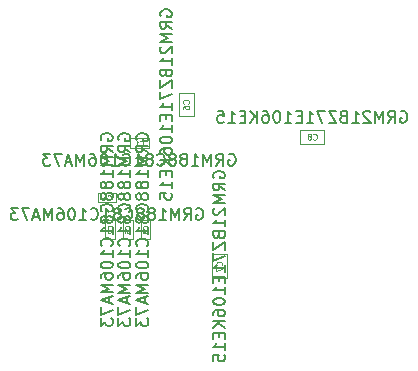
<source format=gbr>
%TF.GenerationSoftware,KiCad,Pcbnew,7.0.1-0*%
%TF.CreationDate,2023-04-17T18:48:32+01:00*%
%TF.ProjectId,cyborg65r2_thermo_pcb,6379626f-7267-4363-9572-325f74686572,rev?*%
%TF.SameCoordinates,Original*%
%TF.FileFunction,AssemblyDrawing,Bot*%
%FSLAX46Y46*%
G04 Gerber Fmt 4.6, Leading zero omitted, Abs format (unit mm)*
G04 Created by KiCad (PCBNEW 7.0.1-0) date 2023-04-17 18:48:32*
%MOMM*%
%LPD*%
G01*
G04 APERTURE LIST*
%ADD10C,0.150000*%
%ADD11C,0.080000*%
%ADD12C,0.060000*%
%ADD13C,0.100000*%
G04 APERTURE END LIST*
D10*
%TO.C,C7*%
X206570238Y-142568809D02*
X206522619Y-142473571D01*
X206522619Y-142473571D02*
X206522619Y-142330714D01*
X206522619Y-142330714D02*
X206570238Y-142187857D01*
X206570238Y-142187857D02*
X206665476Y-142092619D01*
X206665476Y-142092619D02*
X206760714Y-142045000D01*
X206760714Y-142045000D02*
X206951190Y-141997381D01*
X206951190Y-141997381D02*
X207094047Y-141997381D01*
X207094047Y-141997381D02*
X207284523Y-142045000D01*
X207284523Y-142045000D02*
X207379761Y-142092619D01*
X207379761Y-142092619D02*
X207475000Y-142187857D01*
X207475000Y-142187857D02*
X207522619Y-142330714D01*
X207522619Y-142330714D02*
X207522619Y-142425952D01*
X207522619Y-142425952D02*
X207475000Y-142568809D01*
X207475000Y-142568809D02*
X207427380Y-142616428D01*
X207427380Y-142616428D02*
X207094047Y-142616428D01*
X207094047Y-142616428D02*
X207094047Y-142425952D01*
X207522619Y-143616428D02*
X207046428Y-143283095D01*
X207522619Y-143045000D02*
X206522619Y-143045000D01*
X206522619Y-143045000D02*
X206522619Y-143425952D01*
X206522619Y-143425952D02*
X206570238Y-143521190D01*
X206570238Y-143521190D02*
X206617857Y-143568809D01*
X206617857Y-143568809D02*
X206713095Y-143616428D01*
X206713095Y-143616428D02*
X206855952Y-143616428D01*
X206855952Y-143616428D02*
X206951190Y-143568809D01*
X206951190Y-143568809D02*
X206998809Y-143521190D01*
X206998809Y-143521190D02*
X207046428Y-143425952D01*
X207046428Y-143425952D02*
X207046428Y-143045000D01*
X207522619Y-144045000D02*
X206522619Y-144045000D01*
X206522619Y-144045000D02*
X207236904Y-144378333D01*
X207236904Y-144378333D02*
X206522619Y-144711666D01*
X206522619Y-144711666D02*
X207522619Y-144711666D01*
X206617857Y-145140238D02*
X206570238Y-145187857D01*
X206570238Y-145187857D02*
X206522619Y-145283095D01*
X206522619Y-145283095D02*
X206522619Y-145521190D01*
X206522619Y-145521190D02*
X206570238Y-145616428D01*
X206570238Y-145616428D02*
X206617857Y-145664047D01*
X206617857Y-145664047D02*
X206713095Y-145711666D01*
X206713095Y-145711666D02*
X206808333Y-145711666D01*
X206808333Y-145711666D02*
X206951190Y-145664047D01*
X206951190Y-145664047D02*
X207522619Y-145092619D01*
X207522619Y-145092619D02*
X207522619Y-145711666D01*
X207522619Y-146664047D02*
X207522619Y-146092619D01*
X207522619Y-146378333D02*
X206522619Y-146378333D01*
X206522619Y-146378333D02*
X206665476Y-146283095D01*
X206665476Y-146283095D02*
X206760714Y-146187857D01*
X206760714Y-146187857D02*
X206808333Y-146092619D01*
X206998809Y-147425952D02*
X207046428Y-147568809D01*
X207046428Y-147568809D02*
X207094047Y-147616428D01*
X207094047Y-147616428D02*
X207189285Y-147664047D01*
X207189285Y-147664047D02*
X207332142Y-147664047D01*
X207332142Y-147664047D02*
X207427380Y-147616428D01*
X207427380Y-147616428D02*
X207475000Y-147568809D01*
X207475000Y-147568809D02*
X207522619Y-147473571D01*
X207522619Y-147473571D02*
X207522619Y-147092619D01*
X207522619Y-147092619D02*
X206522619Y-147092619D01*
X206522619Y-147092619D02*
X206522619Y-147425952D01*
X206522619Y-147425952D02*
X206570238Y-147521190D01*
X206570238Y-147521190D02*
X206617857Y-147568809D01*
X206617857Y-147568809D02*
X206713095Y-147616428D01*
X206713095Y-147616428D02*
X206808333Y-147616428D01*
X206808333Y-147616428D02*
X206903571Y-147568809D01*
X206903571Y-147568809D02*
X206951190Y-147521190D01*
X206951190Y-147521190D02*
X206998809Y-147425952D01*
X206998809Y-147425952D02*
X206998809Y-147092619D01*
X206522619Y-147997381D02*
X206522619Y-148664047D01*
X206522619Y-148664047D02*
X207522619Y-147997381D01*
X207522619Y-147997381D02*
X207522619Y-148664047D01*
X206522619Y-148949762D02*
X206522619Y-149616428D01*
X206522619Y-149616428D02*
X207522619Y-149187857D01*
X207522619Y-150521190D02*
X207522619Y-149949762D01*
X207522619Y-150235476D02*
X206522619Y-150235476D01*
X206522619Y-150235476D02*
X206665476Y-150140238D01*
X206665476Y-150140238D02*
X206760714Y-150045000D01*
X206760714Y-150045000D02*
X206808333Y-149949762D01*
X206998809Y-150949762D02*
X206998809Y-151283095D01*
X207522619Y-151425952D02*
X207522619Y-150949762D01*
X207522619Y-150949762D02*
X206522619Y-150949762D01*
X206522619Y-150949762D02*
X206522619Y-151425952D01*
X207522619Y-152378333D02*
X207522619Y-151806905D01*
X207522619Y-152092619D02*
X206522619Y-152092619D01*
X206522619Y-152092619D02*
X206665476Y-151997381D01*
X206665476Y-151997381D02*
X206760714Y-151902143D01*
X206760714Y-151902143D02*
X206808333Y-151806905D01*
X206522619Y-152997381D02*
X206522619Y-153092619D01*
X206522619Y-153092619D02*
X206570238Y-153187857D01*
X206570238Y-153187857D02*
X206617857Y-153235476D01*
X206617857Y-153235476D02*
X206713095Y-153283095D01*
X206713095Y-153283095D02*
X206903571Y-153330714D01*
X206903571Y-153330714D02*
X207141666Y-153330714D01*
X207141666Y-153330714D02*
X207332142Y-153283095D01*
X207332142Y-153283095D02*
X207427380Y-153235476D01*
X207427380Y-153235476D02*
X207475000Y-153187857D01*
X207475000Y-153187857D02*
X207522619Y-153092619D01*
X207522619Y-153092619D02*
X207522619Y-152997381D01*
X207522619Y-152997381D02*
X207475000Y-152902143D01*
X207475000Y-152902143D02*
X207427380Y-152854524D01*
X207427380Y-152854524D02*
X207332142Y-152806905D01*
X207332142Y-152806905D02*
X207141666Y-152759286D01*
X207141666Y-152759286D02*
X206903571Y-152759286D01*
X206903571Y-152759286D02*
X206713095Y-152806905D01*
X206713095Y-152806905D02*
X206617857Y-152854524D01*
X206617857Y-152854524D02*
X206570238Y-152902143D01*
X206570238Y-152902143D02*
X206522619Y-152997381D01*
X206522619Y-154187857D02*
X206522619Y-153997381D01*
X206522619Y-153997381D02*
X206570238Y-153902143D01*
X206570238Y-153902143D02*
X206617857Y-153854524D01*
X206617857Y-153854524D02*
X206760714Y-153759286D01*
X206760714Y-153759286D02*
X206951190Y-153711667D01*
X206951190Y-153711667D02*
X207332142Y-153711667D01*
X207332142Y-153711667D02*
X207427380Y-153759286D01*
X207427380Y-153759286D02*
X207475000Y-153806905D01*
X207475000Y-153806905D02*
X207522619Y-153902143D01*
X207522619Y-153902143D02*
X207522619Y-154092619D01*
X207522619Y-154092619D02*
X207475000Y-154187857D01*
X207475000Y-154187857D02*
X207427380Y-154235476D01*
X207427380Y-154235476D02*
X207332142Y-154283095D01*
X207332142Y-154283095D02*
X207094047Y-154283095D01*
X207094047Y-154283095D02*
X206998809Y-154235476D01*
X206998809Y-154235476D02*
X206951190Y-154187857D01*
X206951190Y-154187857D02*
X206903571Y-154092619D01*
X206903571Y-154092619D02*
X206903571Y-153902143D01*
X206903571Y-153902143D02*
X206951190Y-153806905D01*
X206951190Y-153806905D02*
X206998809Y-153759286D01*
X206998809Y-153759286D02*
X207094047Y-153711667D01*
X207522619Y-154711667D02*
X206522619Y-154711667D01*
X207522619Y-155283095D02*
X206951190Y-154854524D01*
X206522619Y-155283095D02*
X207094047Y-154711667D01*
X206998809Y-155711667D02*
X206998809Y-156045000D01*
X207522619Y-156187857D02*
X207522619Y-155711667D01*
X207522619Y-155711667D02*
X206522619Y-155711667D01*
X206522619Y-155711667D02*
X206522619Y-156187857D01*
X207522619Y-157140238D02*
X207522619Y-156568810D01*
X207522619Y-156854524D02*
X206522619Y-156854524D01*
X206522619Y-156854524D02*
X206665476Y-156759286D01*
X206665476Y-156759286D02*
X206760714Y-156664048D01*
X206760714Y-156664048D02*
X206808333Y-156568810D01*
X206522619Y-158045000D02*
X206522619Y-157568810D01*
X206522619Y-157568810D02*
X206998809Y-157521191D01*
X206998809Y-157521191D02*
X206951190Y-157568810D01*
X206951190Y-157568810D02*
X206903571Y-157664048D01*
X206903571Y-157664048D02*
X206903571Y-157902143D01*
X206903571Y-157902143D02*
X206951190Y-157997381D01*
X206951190Y-157997381D02*
X206998809Y-158045000D01*
X206998809Y-158045000D02*
X207094047Y-158092619D01*
X207094047Y-158092619D02*
X207332142Y-158092619D01*
X207332142Y-158092619D02*
X207427380Y-158045000D01*
X207427380Y-158045000D02*
X207475000Y-157997381D01*
X207475000Y-157997381D02*
X207522619Y-157902143D01*
X207522619Y-157902143D02*
X207522619Y-157664048D01*
X207522619Y-157664048D02*
X207475000Y-157568810D01*
X207475000Y-157568810D02*
X207427380Y-157521191D01*
D11*
X207247002Y-149963666D02*
X207270812Y-149939857D01*
X207270812Y-149939857D02*
X207294621Y-149868428D01*
X207294621Y-149868428D02*
X207294621Y-149820809D01*
X207294621Y-149820809D02*
X207270812Y-149749381D01*
X207270812Y-149749381D02*
X207223192Y-149701762D01*
X207223192Y-149701762D02*
X207175573Y-149677952D01*
X207175573Y-149677952D02*
X207080335Y-149654143D01*
X207080335Y-149654143D02*
X207008907Y-149654143D01*
X207008907Y-149654143D02*
X206913669Y-149677952D01*
X206913669Y-149677952D02*
X206866050Y-149701762D01*
X206866050Y-149701762D02*
X206818431Y-149749381D01*
X206818431Y-149749381D02*
X206794621Y-149820809D01*
X206794621Y-149820809D02*
X206794621Y-149868428D01*
X206794621Y-149868428D02*
X206818431Y-149939857D01*
X206818431Y-149939857D02*
X206842240Y-149963666D01*
X206794621Y-150130333D02*
X206794621Y-150463666D01*
X206794621Y-150463666D02*
X207294621Y-150249381D01*
D10*
%TO.C,C4*%
X205104740Y-145177238D02*
X205199978Y-145129619D01*
X205199978Y-145129619D02*
X205342835Y-145129619D01*
X205342835Y-145129619D02*
X205485692Y-145177238D01*
X205485692Y-145177238D02*
X205580930Y-145272476D01*
X205580930Y-145272476D02*
X205628549Y-145367714D01*
X205628549Y-145367714D02*
X205676168Y-145558190D01*
X205676168Y-145558190D02*
X205676168Y-145701047D01*
X205676168Y-145701047D02*
X205628549Y-145891523D01*
X205628549Y-145891523D02*
X205580930Y-145986761D01*
X205580930Y-145986761D02*
X205485692Y-146082000D01*
X205485692Y-146082000D02*
X205342835Y-146129619D01*
X205342835Y-146129619D02*
X205247597Y-146129619D01*
X205247597Y-146129619D02*
X205104740Y-146082000D01*
X205104740Y-146082000D02*
X205057121Y-146034380D01*
X205057121Y-146034380D02*
X205057121Y-145701047D01*
X205057121Y-145701047D02*
X205247597Y-145701047D01*
X204057121Y-146129619D02*
X204390454Y-145653428D01*
X204628549Y-146129619D02*
X204628549Y-145129619D01*
X204628549Y-145129619D02*
X204247597Y-145129619D01*
X204247597Y-145129619D02*
X204152359Y-145177238D01*
X204152359Y-145177238D02*
X204104740Y-145224857D01*
X204104740Y-145224857D02*
X204057121Y-145320095D01*
X204057121Y-145320095D02*
X204057121Y-145462952D01*
X204057121Y-145462952D02*
X204104740Y-145558190D01*
X204104740Y-145558190D02*
X204152359Y-145605809D01*
X204152359Y-145605809D02*
X204247597Y-145653428D01*
X204247597Y-145653428D02*
X204628549Y-145653428D01*
X203628549Y-146129619D02*
X203628549Y-145129619D01*
X203628549Y-145129619D02*
X203295216Y-145843904D01*
X203295216Y-145843904D02*
X202961883Y-145129619D01*
X202961883Y-145129619D02*
X202961883Y-146129619D01*
X201961883Y-146129619D02*
X202533311Y-146129619D01*
X202247597Y-146129619D02*
X202247597Y-145129619D01*
X202247597Y-145129619D02*
X202342835Y-145272476D01*
X202342835Y-145272476D02*
X202438073Y-145367714D01*
X202438073Y-145367714D02*
X202533311Y-145415333D01*
X201390454Y-145558190D02*
X201485692Y-145510571D01*
X201485692Y-145510571D02*
X201533311Y-145462952D01*
X201533311Y-145462952D02*
X201580930Y-145367714D01*
X201580930Y-145367714D02*
X201580930Y-145320095D01*
X201580930Y-145320095D02*
X201533311Y-145224857D01*
X201533311Y-145224857D02*
X201485692Y-145177238D01*
X201485692Y-145177238D02*
X201390454Y-145129619D01*
X201390454Y-145129619D02*
X201199978Y-145129619D01*
X201199978Y-145129619D02*
X201104740Y-145177238D01*
X201104740Y-145177238D02*
X201057121Y-145224857D01*
X201057121Y-145224857D02*
X201009502Y-145320095D01*
X201009502Y-145320095D02*
X201009502Y-145367714D01*
X201009502Y-145367714D02*
X201057121Y-145462952D01*
X201057121Y-145462952D02*
X201104740Y-145510571D01*
X201104740Y-145510571D02*
X201199978Y-145558190D01*
X201199978Y-145558190D02*
X201390454Y-145558190D01*
X201390454Y-145558190D02*
X201485692Y-145605809D01*
X201485692Y-145605809D02*
X201533311Y-145653428D01*
X201533311Y-145653428D02*
X201580930Y-145748666D01*
X201580930Y-145748666D02*
X201580930Y-145939142D01*
X201580930Y-145939142D02*
X201533311Y-146034380D01*
X201533311Y-146034380D02*
X201485692Y-146082000D01*
X201485692Y-146082000D02*
X201390454Y-146129619D01*
X201390454Y-146129619D02*
X201199978Y-146129619D01*
X201199978Y-146129619D02*
X201104740Y-146082000D01*
X201104740Y-146082000D02*
X201057121Y-146034380D01*
X201057121Y-146034380D02*
X201009502Y-145939142D01*
X201009502Y-145939142D02*
X201009502Y-145748666D01*
X201009502Y-145748666D02*
X201057121Y-145653428D01*
X201057121Y-145653428D02*
X201104740Y-145605809D01*
X201104740Y-145605809D02*
X201199978Y-145558190D01*
X200438073Y-145558190D02*
X200533311Y-145510571D01*
X200533311Y-145510571D02*
X200580930Y-145462952D01*
X200580930Y-145462952D02*
X200628549Y-145367714D01*
X200628549Y-145367714D02*
X200628549Y-145320095D01*
X200628549Y-145320095D02*
X200580930Y-145224857D01*
X200580930Y-145224857D02*
X200533311Y-145177238D01*
X200533311Y-145177238D02*
X200438073Y-145129619D01*
X200438073Y-145129619D02*
X200247597Y-145129619D01*
X200247597Y-145129619D02*
X200152359Y-145177238D01*
X200152359Y-145177238D02*
X200104740Y-145224857D01*
X200104740Y-145224857D02*
X200057121Y-145320095D01*
X200057121Y-145320095D02*
X200057121Y-145367714D01*
X200057121Y-145367714D02*
X200104740Y-145462952D01*
X200104740Y-145462952D02*
X200152359Y-145510571D01*
X200152359Y-145510571D02*
X200247597Y-145558190D01*
X200247597Y-145558190D02*
X200438073Y-145558190D01*
X200438073Y-145558190D02*
X200533311Y-145605809D01*
X200533311Y-145605809D02*
X200580930Y-145653428D01*
X200580930Y-145653428D02*
X200628549Y-145748666D01*
X200628549Y-145748666D02*
X200628549Y-145939142D01*
X200628549Y-145939142D02*
X200580930Y-146034380D01*
X200580930Y-146034380D02*
X200533311Y-146082000D01*
X200533311Y-146082000D02*
X200438073Y-146129619D01*
X200438073Y-146129619D02*
X200247597Y-146129619D01*
X200247597Y-146129619D02*
X200152359Y-146082000D01*
X200152359Y-146082000D02*
X200104740Y-146034380D01*
X200104740Y-146034380D02*
X200057121Y-145939142D01*
X200057121Y-145939142D02*
X200057121Y-145748666D01*
X200057121Y-145748666D02*
X200104740Y-145653428D01*
X200104740Y-145653428D02*
X200152359Y-145605809D01*
X200152359Y-145605809D02*
X200247597Y-145558190D01*
X199057121Y-146034380D02*
X199104740Y-146082000D01*
X199104740Y-146082000D02*
X199247597Y-146129619D01*
X199247597Y-146129619D02*
X199342835Y-146129619D01*
X199342835Y-146129619D02*
X199485692Y-146082000D01*
X199485692Y-146082000D02*
X199580930Y-145986761D01*
X199580930Y-145986761D02*
X199628549Y-145891523D01*
X199628549Y-145891523D02*
X199676168Y-145701047D01*
X199676168Y-145701047D02*
X199676168Y-145558190D01*
X199676168Y-145558190D02*
X199628549Y-145367714D01*
X199628549Y-145367714D02*
X199580930Y-145272476D01*
X199580930Y-145272476D02*
X199485692Y-145177238D01*
X199485692Y-145177238D02*
X199342835Y-145129619D01*
X199342835Y-145129619D02*
X199247597Y-145129619D01*
X199247597Y-145129619D02*
X199104740Y-145177238D01*
X199104740Y-145177238D02*
X199057121Y-145224857D01*
X198485692Y-145558190D02*
X198580930Y-145510571D01*
X198580930Y-145510571D02*
X198628549Y-145462952D01*
X198628549Y-145462952D02*
X198676168Y-145367714D01*
X198676168Y-145367714D02*
X198676168Y-145320095D01*
X198676168Y-145320095D02*
X198628549Y-145224857D01*
X198628549Y-145224857D02*
X198580930Y-145177238D01*
X198580930Y-145177238D02*
X198485692Y-145129619D01*
X198485692Y-145129619D02*
X198295216Y-145129619D01*
X198295216Y-145129619D02*
X198199978Y-145177238D01*
X198199978Y-145177238D02*
X198152359Y-145224857D01*
X198152359Y-145224857D02*
X198104740Y-145320095D01*
X198104740Y-145320095D02*
X198104740Y-145367714D01*
X198104740Y-145367714D02*
X198152359Y-145462952D01*
X198152359Y-145462952D02*
X198199978Y-145510571D01*
X198199978Y-145510571D02*
X198295216Y-145558190D01*
X198295216Y-145558190D02*
X198485692Y-145558190D01*
X198485692Y-145558190D02*
X198580930Y-145605809D01*
X198580930Y-145605809D02*
X198628549Y-145653428D01*
X198628549Y-145653428D02*
X198676168Y-145748666D01*
X198676168Y-145748666D02*
X198676168Y-145939142D01*
X198676168Y-145939142D02*
X198628549Y-146034380D01*
X198628549Y-146034380D02*
X198580930Y-146082000D01*
X198580930Y-146082000D02*
X198485692Y-146129619D01*
X198485692Y-146129619D02*
X198295216Y-146129619D01*
X198295216Y-146129619D02*
X198199978Y-146082000D01*
X198199978Y-146082000D02*
X198152359Y-146034380D01*
X198152359Y-146034380D02*
X198104740Y-145939142D01*
X198104740Y-145939142D02*
X198104740Y-145748666D01*
X198104740Y-145748666D02*
X198152359Y-145653428D01*
X198152359Y-145653428D02*
X198199978Y-145605809D01*
X198199978Y-145605809D02*
X198295216Y-145558190D01*
X197152359Y-146129619D02*
X197723787Y-146129619D01*
X197438073Y-146129619D02*
X197438073Y-145129619D01*
X197438073Y-145129619D02*
X197533311Y-145272476D01*
X197533311Y-145272476D02*
X197628549Y-145367714D01*
X197628549Y-145367714D02*
X197723787Y-145415333D01*
X196152359Y-146034380D02*
X196199978Y-146082000D01*
X196199978Y-146082000D02*
X196342835Y-146129619D01*
X196342835Y-146129619D02*
X196438073Y-146129619D01*
X196438073Y-146129619D02*
X196580930Y-146082000D01*
X196580930Y-146082000D02*
X196676168Y-145986761D01*
X196676168Y-145986761D02*
X196723787Y-145891523D01*
X196723787Y-145891523D02*
X196771406Y-145701047D01*
X196771406Y-145701047D02*
X196771406Y-145558190D01*
X196771406Y-145558190D02*
X196723787Y-145367714D01*
X196723787Y-145367714D02*
X196676168Y-145272476D01*
X196676168Y-145272476D02*
X196580930Y-145177238D01*
X196580930Y-145177238D02*
X196438073Y-145129619D01*
X196438073Y-145129619D02*
X196342835Y-145129619D01*
X196342835Y-145129619D02*
X196199978Y-145177238D01*
X196199978Y-145177238D02*
X196152359Y-145224857D01*
X195199978Y-146129619D02*
X195771406Y-146129619D01*
X195485692Y-146129619D02*
X195485692Y-145129619D01*
X195485692Y-145129619D02*
X195580930Y-145272476D01*
X195580930Y-145272476D02*
X195676168Y-145367714D01*
X195676168Y-145367714D02*
X195771406Y-145415333D01*
X194580930Y-145129619D02*
X194485692Y-145129619D01*
X194485692Y-145129619D02*
X194390454Y-145177238D01*
X194390454Y-145177238D02*
X194342835Y-145224857D01*
X194342835Y-145224857D02*
X194295216Y-145320095D01*
X194295216Y-145320095D02*
X194247597Y-145510571D01*
X194247597Y-145510571D02*
X194247597Y-145748666D01*
X194247597Y-145748666D02*
X194295216Y-145939142D01*
X194295216Y-145939142D02*
X194342835Y-146034380D01*
X194342835Y-146034380D02*
X194390454Y-146082000D01*
X194390454Y-146082000D02*
X194485692Y-146129619D01*
X194485692Y-146129619D02*
X194580930Y-146129619D01*
X194580930Y-146129619D02*
X194676168Y-146082000D01*
X194676168Y-146082000D02*
X194723787Y-146034380D01*
X194723787Y-146034380D02*
X194771406Y-145939142D01*
X194771406Y-145939142D02*
X194819025Y-145748666D01*
X194819025Y-145748666D02*
X194819025Y-145510571D01*
X194819025Y-145510571D02*
X194771406Y-145320095D01*
X194771406Y-145320095D02*
X194723787Y-145224857D01*
X194723787Y-145224857D02*
X194676168Y-145177238D01*
X194676168Y-145177238D02*
X194580930Y-145129619D01*
X193390454Y-145129619D02*
X193580930Y-145129619D01*
X193580930Y-145129619D02*
X193676168Y-145177238D01*
X193676168Y-145177238D02*
X193723787Y-145224857D01*
X193723787Y-145224857D02*
X193819025Y-145367714D01*
X193819025Y-145367714D02*
X193866644Y-145558190D01*
X193866644Y-145558190D02*
X193866644Y-145939142D01*
X193866644Y-145939142D02*
X193819025Y-146034380D01*
X193819025Y-146034380D02*
X193771406Y-146082000D01*
X193771406Y-146082000D02*
X193676168Y-146129619D01*
X193676168Y-146129619D02*
X193485692Y-146129619D01*
X193485692Y-146129619D02*
X193390454Y-146082000D01*
X193390454Y-146082000D02*
X193342835Y-146034380D01*
X193342835Y-146034380D02*
X193295216Y-145939142D01*
X193295216Y-145939142D02*
X193295216Y-145701047D01*
X193295216Y-145701047D02*
X193342835Y-145605809D01*
X193342835Y-145605809D02*
X193390454Y-145558190D01*
X193390454Y-145558190D02*
X193485692Y-145510571D01*
X193485692Y-145510571D02*
X193676168Y-145510571D01*
X193676168Y-145510571D02*
X193771406Y-145558190D01*
X193771406Y-145558190D02*
X193819025Y-145605809D01*
X193819025Y-145605809D02*
X193866644Y-145701047D01*
X192866644Y-146129619D02*
X192866644Y-145129619D01*
X192866644Y-145129619D02*
X192533311Y-145843904D01*
X192533311Y-145843904D02*
X192199978Y-145129619D01*
X192199978Y-145129619D02*
X192199978Y-146129619D01*
X191771406Y-145843904D02*
X191295216Y-145843904D01*
X191866644Y-146129619D02*
X191533311Y-145129619D01*
X191533311Y-145129619D02*
X191199978Y-146129619D01*
X190961882Y-145129619D02*
X190295216Y-145129619D01*
X190295216Y-145129619D02*
X190723787Y-146129619D01*
X190009501Y-145129619D02*
X189390454Y-145129619D01*
X189390454Y-145129619D02*
X189723787Y-145510571D01*
X189723787Y-145510571D02*
X189580930Y-145510571D01*
X189580930Y-145510571D02*
X189485692Y-145558190D01*
X189485692Y-145558190D02*
X189438073Y-145605809D01*
X189438073Y-145605809D02*
X189390454Y-145701047D01*
X189390454Y-145701047D02*
X189390454Y-145939142D01*
X189390454Y-145939142D02*
X189438073Y-146034380D01*
X189438073Y-146034380D02*
X189485692Y-146082000D01*
X189485692Y-146082000D02*
X189580930Y-146129619D01*
X189580930Y-146129619D02*
X189866644Y-146129619D01*
X189866644Y-146129619D02*
X189961882Y-146082000D01*
X189961882Y-146082000D02*
X190009501Y-146034380D01*
D12*
X197599978Y-144383952D02*
X197619026Y-144403000D01*
X197619026Y-144403000D02*
X197676168Y-144422047D01*
X197676168Y-144422047D02*
X197714264Y-144422047D01*
X197714264Y-144422047D02*
X197771407Y-144403000D01*
X197771407Y-144403000D02*
X197809502Y-144364904D01*
X197809502Y-144364904D02*
X197828549Y-144326809D01*
X197828549Y-144326809D02*
X197847597Y-144250619D01*
X197847597Y-144250619D02*
X197847597Y-144193476D01*
X197847597Y-144193476D02*
X197828549Y-144117285D01*
X197828549Y-144117285D02*
X197809502Y-144079190D01*
X197809502Y-144079190D02*
X197771407Y-144041095D01*
X197771407Y-144041095D02*
X197714264Y-144022047D01*
X197714264Y-144022047D02*
X197676168Y-144022047D01*
X197676168Y-144022047D02*
X197619026Y-144041095D01*
X197619026Y-144041095D02*
X197599978Y-144060142D01*
X197257121Y-144155380D02*
X197257121Y-144422047D01*
X197352359Y-144003000D02*
X197447597Y-144288714D01*
X197447597Y-144288714D02*
X197199978Y-144288714D01*
D10*
%TO.C,C3*%
X200060238Y-139368571D02*
X200012619Y-139273333D01*
X200012619Y-139273333D02*
X200012619Y-139130476D01*
X200012619Y-139130476D02*
X200060238Y-138987619D01*
X200060238Y-138987619D02*
X200155476Y-138892381D01*
X200155476Y-138892381D02*
X200250714Y-138844762D01*
X200250714Y-138844762D02*
X200441190Y-138797143D01*
X200441190Y-138797143D02*
X200584047Y-138797143D01*
X200584047Y-138797143D02*
X200774523Y-138844762D01*
X200774523Y-138844762D02*
X200869761Y-138892381D01*
X200869761Y-138892381D02*
X200965000Y-138987619D01*
X200965000Y-138987619D02*
X201012619Y-139130476D01*
X201012619Y-139130476D02*
X201012619Y-139225714D01*
X201012619Y-139225714D02*
X200965000Y-139368571D01*
X200965000Y-139368571D02*
X200917380Y-139416190D01*
X200917380Y-139416190D02*
X200584047Y-139416190D01*
X200584047Y-139416190D02*
X200584047Y-139225714D01*
X201012619Y-140416190D02*
X200536428Y-140082857D01*
X201012619Y-139844762D02*
X200012619Y-139844762D01*
X200012619Y-139844762D02*
X200012619Y-140225714D01*
X200012619Y-140225714D02*
X200060238Y-140320952D01*
X200060238Y-140320952D02*
X200107857Y-140368571D01*
X200107857Y-140368571D02*
X200203095Y-140416190D01*
X200203095Y-140416190D02*
X200345952Y-140416190D01*
X200345952Y-140416190D02*
X200441190Y-140368571D01*
X200441190Y-140368571D02*
X200488809Y-140320952D01*
X200488809Y-140320952D02*
X200536428Y-140225714D01*
X200536428Y-140225714D02*
X200536428Y-139844762D01*
X201012619Y-140844762D02*
X200012619Y-140844762D01*
X200012619Y-140844762D02*
X200726904Y-141178095D01*
X200726904Y-141178095D02*
X200012619Y-141511428D01*
X200012619Y-141511428D02*
X201012619Y-141511428D01*
X201012619Y-142511428D02*
X201012619Y-141940000D01*
X201012619Y-142225714D02*
X200012619Y-142225714D01*
X200012619Y-142225714D02*
X200155476Y-142130476D01*
X200155476Y-142130476D02*
X200250714Y-142035238D01*
X200250714Y-142035238D02*
X200298333Y-141940000D01*
X200441190Y-143082857D02*
X200393571Y-142987619D01*
X200393571Y-142987619D02*
X200345952Y-142940000D01*
X200345952Y-142940000D02*
X200250714Y-142892381D01*
X200250714Y-142892381D02*
X200203095Y-142892381D01*
X200203095Y-142892381D02*
X200107857Y-142940000D01*
X200107857Y-142940000D02*
X200060238Y-142987619D01*
X200060238Y-142987619D02*
X200012619Y-143082857D01*
X200012619Y-143082857D02*
X200012619Y-143273333D01*
X200012619Y-143273333D02*
X200060238Y-143368571D01*
X200060238Y-143368571D02*
X200107857Y-143416190D01*
X200107857Y-143416190D02*
X200203095Y-143463809D01*
X200203095Y-143463809D02*
X200250714Y-143463809D01*
X200250714Y-143463809D02*
X200345952Y-143416190D01*
X200345952Y-143416190D02*
X200393571Y-143368571D01*
X200393571Y-143368571D02*
X200441190Y-143273333D01*
X200441190Y-143273333D02*
X200441190Y-143082857D01*
X200441190Y-143082857D02*
X200488809Y-142987619D01*
X200488809Y-142987619D02*
X200536428Y-142940000D01*
X200536428Y-142940000D02*
X200631666Y-142892381D01*
X200631666Y-142892381D02*
X200822142Y-142892381D01*
X200822142Y-142892381D02*
X200917380Y-142940000D01*
X200917380Y-142940000D02*
X200965000Y-142987619D01*
X200965000Y-142987619D02*
X201012619Y-143082857D01*
X201012619Y-143082857D02*
X201012619Y-143273333D01*
X201012619Y-143273333D02*
X200965000Y-143368571D01*
X200965000Y-143368571D02*
X200917380Y-143416190D01*
X200917380Y-143416190D02*
X200822142Y-143463809D01*
X200822142Y-143463809D02*
X200631666Y-143463809D01*
X200631666Y-143463809D02*
X200536428Y-143416190D01*
X200536428Y-143416190D02*
X200488809Y-143368571D01*
X200488809Y-143368571D02*
X200441190Y-143273333D01*
X200441190Y-144035238D02*
X200393571Y-143940000D01*
X200393571Y-143940000D02*
X200345952Y-143892381D01*
X200345952Y-143892381D02*
X200250714Y-143844762D01*
X200250714Y-143844762D02*
X200203095Y-143844762D01*
X200203095Y-143844762D02*
X200107857Y-143892381D01*
X200107857Y-143892381D02*
X200060238Y-143940000D01*
X200060238Y-143940000D02*
X200012619Y-144035238D01*
X200012619Y-144035238D02*
X200012619Y-144225714D01*
X200012619Y-144225714D02*
X200060238Y-144320952D01*
X200060238Y-144320952D02*
X200107857Y-144368571D01*
X200107857Y-144368571D02*
X200203095Y-144416190D01*
X200203095Y-144416190D02*
X200250714Y-144416190D01*
X200250714Y-144416190D02*
X200345952Y-144368571D01*
X200345952Y-144368571D02*
X200393571Y-144320952D01*
X200393571Y-144320952D02*
X200441190Y-144225714D01*
X200441190Y-144225714D02*
X200441190Y-144035238D01*
X200441190Y-144035238D02*
X200488809Y-143940000D01*
X200488809Y-143940000D02*
X200536428Y-143892381D01*
X200536428Y-143892381D02*
X200631666Y-143844762D01*
X200631666Y-143844762D02*
X200822142Y-143844762D01*
X200822142Y-143844762D02*
X200917380Y-143892381D01*
X200917380Y-143892381D02*
X200965000Y-143940000D01*
X200965000Y-143940000D02*
X201012619Y-144035238D01*
X201012619Y-144035238D02*
X201012619Y-144225714D01*
X201012619Y-144225714D02*
X200965000Y-144320952D01*
X200965000Y-144320952D02*
X200917380Y-144368571D01*
X200917380Y-144368571D02*
X200822142Y-144416190D01*
X200822142Y-144416190D02*
X200631666Y-144416190D01*
X200631666Y-144416190D02*
X200536428Y-144368571D01*
X200536428Y-144368571D02*
X200488809Y-144320952D01*
X200488809Y-144320952D02*
X200441190Y-144225714D01*
X200917380Y-145416190D02*
X200965000Y-145368571D01*
X200965000Y-145368571D02*
X201012619Y-145225714D01*
X201012619Y-145225714D02*
X201012619Y-145130476D01*
X201012619Y-145130476D02*
X200965000Y-144987619D01*
X200965000Y-144987619D02*
X200869761Y-144892381D01*
X200869761Y-144892381D02*
X200774523Y-144844762D01*
X200774523Y-144844762D02*
X200584047Y-144797143D01*
X200584047Y-144797143D02*
X200441190Y-144797143D01*
X200441190Y-144797143D02*
X200250714Y-144844762D01*
X200250714Y-144844762D02*
X200155476Y-144892381D01*
X200155476Y-144892381D02*
X200060238Y-144987619D01*
X200060238Y-144987619D02*
X200012619Y-145130476D01*
X200012619Y-145130476D02*
X200012619Y-145225714D01*
X200012619Y-145225714D02*
X200060238Y-145368571D01*
X200060238Y-145368571D02*
X200107857Y-145416190D01*
X200441190Y-145987619D02*
X200393571Y-145892381D01*
X200393571Y-145892381D02*
X200345952Y-145844762D01*
X200345952Y-145844762D02*
X200250714Y-145797143D01*
X200250714Y-145797143D02*
X200203095Y-145797143D01*
X200203095Y-145797143D02*
X200107857Y-145844762D01*
X200107857Y-145844762D02*
X200060238Y-145892381D01*
X200060238Y-145892381D02*
X200012619Y-145987619D01*
X200012619Y-145987619D02*
X200012619Y-146178095D01*
X200012619Y-146178095D02*
X200060238Y-146273333D01*
X200060238Y-146273333D02*
X200107857Y-146320952D01*
X200107857Y-146320952D02*
X200203095Y-146368571D01*
X200203095Y-146368571D02*
X200250714Y-146368571D01*
X200250714Y-146368571D02*
X200345952Y-146320952D01*
X200345952Y-146320952D02*
X200393571Y-146273333D01*
X200393571Y-146273333D02*
X200441190Y-146178095D01*
X200441190Y-146178095D02*
X200441190Y-145987619D01*
X200441190Y-145987619D02*
X200488809Y-145892381D01*
X200488809Y-145892381D02*
X200536428Y-145844762D01*
X200536428Y-145844762D02*
X200631666Y-145797143D01*
X200631666Y-145797143D02*
X200822142Y-145797143D01*
X200822142Y-145797143D02*
X200917380Y-145844762D01*
X200917380Y-145844762D02*
X200965000Y-145892381D01*
X200965000Y-145892381D02*
X201012619Y-145987619D01*
X201012619Y-145987619D02*
X201012619Y-146178095D01*
X201012619Y-146178095D02*
X200965000Y-146273333D01*
X200965000Y-146273333D02*
X200917380Y-146320952D01*
X200917380Y-146320952D02*
X200822142Y-146368571D01*
X200822142Y-146368571D02*
X200631666Y-146368571D01*
X200631666Y-146368571D02*
X200536428Y-146320952D01*
X200536428Y-146320952D02*
X200488809Y-146273333D01*
X200488809Y-146273333D02*
X200441190Y-146178095D01*
X201012619Y-147320952D02*
X201012619Y-146749524D01*
X201012619Y-147035238D02*
X200012619Y-147035238D01*
X200012619Y-147035238D02*
X200155476Y-146940000D01*
X200155476Y-146940000D02*
X200250714Y-146844762D01*
X200250714Y-146844762D02*
X200298333Y-146749524D01*
X200917380Y-148320952D02*
X200965000Y-148273333D01*
X200965000Y-148273333D02*
X201012619Y-148130476D01*
X201012619Y-148130476D02*
X201012619Y-148035238D01*
X201012619Y-148035238D02*
X200965000Y-147892381D01*
X200965000Y-147892381D02*
X200869761Y-147797143D01*
X200869761Y-147797143D02*
X200774523Y-147749524D01*
X200774523Y-147749524D02*
X200584047Y-147701905D01*
X200584047Y-147701905D02*
X200441190Y-147701905D01*
X200441190Y-147701905D02*
X200250714Y-147749524D01*
X200250714Y-147749524D02*
X200155476Y-147797143D01*
X200155476Y-147797143D02*
X200060238Y-147892381D01*
X200060238Y-147892381D02*
X200012619Y-148035238D01*
X200012619Y-148035238D02*
X200012619Y-148130476D01*
X200012619Y-148130476D02*
X200060238Y-148273333D01*
X200060238Y-148273333D02*
X200107857Y-148320952D01*
X201012619Y-149273333D02*
X201012619Y-148701905D01*
X201012619Y-148987619D02*
X200012619Y-148987619D01*
X200012619Y-148987619D02*
X200155476Y-148892381D01*
X200155476Y-148892381D02*
X200250714Y-148797143D01*
X200250714Y-148797143D02*
X200298333Y-148701905D01*
X200012619Y-149892381D02*
X200012619Y-149987619D01*
X200012619Y-149987619D02*
X200060238Y-150082857D01*
X200060238Y-150082857D02*
X200107857Y-150130476D01*
X200107857Y-150130476D02*
X200203095Y-150178095D01*
X200203095Y-150178095D02*
X200393571Y-150225714D01*
X200393571Y-150225714D02*
X200631666Y-150225714D01*
X200631666Y-150225714D02*
X200822142Y-150178095D01*
X200822142Y-150178095D02*
X200917380Y-150130476D01*
X200917380Y-150130476D02*
X200965000Y-150082857D01*
X200965000Y-150082857D02*
X201012619Y-149987619D01*
X201012619Y-149987619D02*
X201012619Y-149892381D01*
X201012619Y-149892381D02*
X200965000Y-149797143D01*
X200965000Y-149797143D02*
X200917380Y-149749524D01*
X200917380Y-149749524D02*
X200822142Y-149701905D01*
X200822142Y-149701905D02*
X200631666Y-149654286D01*
X200631666Y-149654286D02*
X200393571Y-149654286D01*
X200393571Y-149654286D02*
X200203095Y-149701905D01*
X200203095Y-149701905D02*
X200107857Y-149749524D01*
X200107857Y-149749524D02*
X200060238Y-149797143D01*
X200060238Y-149797143D02*
X200012619Y-149892381D01*
X200012619Y-151082857D02*
X200012619Y-150892381D01*
X200012619Y-150892381D02*
X200060238Y-150797143D01*
X200060238Y-150797143D02*
X200107857Y-150749524D01*
X200107857Y-150749524D02*
X200250714Y-150654286D01*
X200250714Y-150654286D02*
X200441190Y-150606667D01*
X200441190Y-150606667D02*
X200822142Y-150606667D01*
X200822142Y-150606667D02*
X200917380Y-150654286D01*
X200917380Y-150654286D02*
X200965000Y-150701905D01*
X200965000Y-150701905D02*
X201012619Y-150797143D01*
X201012619Y-150797143D02*
X201012619Y-150987619D01*
X201012619Y-150987619D02*
X200965000Y-151082857D01*
X200965000Y-151082857D02*
X200917380Y-151130476D01*
X200917380Y-151130476D02*
X200822142Y-151178095D01*
X200822142Y-151178095D02*
X200584047Y-151178095D01*
X200584047Y-151178095D02*
X200488809Y-151130476D01*
X200488809Y-151130476D02*
X200441190Y-151082857D01*
X200441190Y-151082857D02*
X200393571Y-150987619D01*
X200393571Y-150987619D02*
X200393571Y-150797143D01*
X200393571Y-150797143D02*
X200441190Y-150701905D01*
X200441190Y-150701905D02*
X200488809Y-150654286D01*
X200488809Y-150654286D02*
X200584047Y-150606667D01*
X201012619Y-151606667D02*
X200012619Y-151606667D01*
X200012619Y-151606667D02*
X200726904Y-151940000D01*
X200726904Y-151940000D02*
X200012619Y-152273333D01*
X200012619Y-152273333D02*
X201012619Y-152273333D01*
X200726904Y-152701905D02*
X200726904Y-153178095D01*
X201012619Y-152606667D02*
X200012619Y-152940000D01*
X200012619Y-152940000D02*
X201012619Y-153273333D01*
X200012619Y-153511429D02*
X200012619Y-154178095D01*
X200012619Y-154178095D02*
X201012619Y-153749524D01*
X200012619Y-154463810D02*
X200012619Y-155082857D01*
X200012619Y-155082857D02*
X200393571Y-154749524D01*
X200393571Y-154749524D02*
X200393571Y-154892381D01*
X200393571Y-154892381D02*
X200441190Y-154987619D01*
X200441190Y-154987619D02*
X200488809Y-155035238D01*
X200488809Y-155035238D02*
X200584047Y-155082857D01*
X200584047Y-155082857D02*
X200822142Y-155082857D01*
X200822142Y-155082857D02*
X200917380Y-155035238D01*
X200917380Y-155035238D02*
X200965000Y-154987619D01*
X200965000Y-154987619D02*
X201012619Y-154892381D01*
X201012619Y-154892381D02*
X201012619Y-154606667D01*
X201012619Y-154606667D02*
X200965000Y-154511429D01*
X200965000Y-154511429D02*
X200917380Y-154463810D01*
D12*
X200950264Y-146875333D02*
X200969312Y-146856285D01*
X200969312Y-146856285D02*
X200988359Y-146799143D01*
X200988359Y-146799143D02*
X200988359Y-146761047D01*
X200988359Y-146761047D02*
X200969312Y-146703904D01*
X200969312Y-146703904D02*
X200931216Y-146665809D01*
X200931216Y-146665809D02*
X200893121Y-146646762D01*
X200893121Y-146646762D02*
X200816931Y-146627714D01*
X200816931Y-146627714D02*
X200759788Y-146627714D01*
X200759788Y-146627714D02*
X200683597Y-146646762D01*
X200683597Y-146646762D02*
X200645502Y-146665809D01*
X200645502Y-146665809D02*
X200607407Y-146703904D01*
X200607407Y-146703904D02*
X200588359Y-146761047D01*
X200588359Y-146761047D02*
X200588359Y-146799143D01*
X200588359Y-146799143D02*
X200607407Y-146856285D01*
X200607407Y-146856285D02*
X200626454Y-146875333D01*
X200588359Y-147008666D02*
X200588359Y-147256285D01*
X200588359Y-147256285D02*
X200740740Y-147122952D01*
X200740740Y-147122952D02*
X200740740Y-147180095D01*
X200740740Y-147180095D02*
X200759788Y-147218190D01*
X200759788Y-147218190D02*
X200778835Y-147237238D01*
X200778835Y-147237238D02*
X200816931Y-147256285D01*
X200816931Y-147256285D02*
X200912169Y-147256285D01*
X200912169Y-147256285D02*
X200950264Y-147237238D01*
X200950264Y-147237238D02*
X200969312Y-147218190D01*
X200969312Y-147218190D02*
X200988359Y-147180095D01*
X200988359Y-147180095D02*
X200988359Y-147065809D01*
X200988359Y-147065809D02*
X200969312Y-147027714D01*
X200969312Y-147027714D02*
X200950264Y-147008666D01*
D10*
%TO.C,C8*%
X222381190Y-136935238D02*
X222476428Y-136887619D01*
X222476428Y-136887619D02*
X222619285Y-136887619D01*
X222619285Y-136887619D02*
X222762142Y-136935238D01*
X222762142Y-136935238D02*
X222857380Y-137030476D01*
X222857380Y-137030476D02*
X222904999Y-137125714D01*
X222904999Y-137125714D02*
X222952618Y-137316190D01*
X222952618Y-137316190D02*
X222952618Y-137459047D01*
X222952618Y-137459047D02*
X222904999Y-137649523D01*
X222904999Y-137649523D02*
X222857380Y-137744761D01*
X222857380Y-137744761D02*
X222762142Y-137840000D01*
X222762142Y-137840000D02*
X222619285Y-137887619D01*
X222619285Y-137887619D02*
X222524047Y-137887619D01*
X222524047Y-137887619D02*
X222381190Y-137840000D01*
X222381190Y-137840000D02*
X222333571Y-137792380D01*
X222333571Y-137792380D02*
X222333571Y-137459047D01*
X222333571Y-137459047D02*
X222524047Y-137459047D01*
X221333571Y-137887619D02*
X221666904Y-137411428D01*
X221904999Y-137887619D02*
X221904999Y-136887619D01*
X221904999Y-136887619D02*
X221524047Y-136887619D01*
X221524047Y-136887619D02*
X221428809Y-136935238D01*
X221428809Y-136935238D02*
X221381190Y-136982857D01*
X221381190Y-136982857D02*
X221333571Y-137078095D01*
X221333571Y-137078095D02*
X221333571Y-137220952D01*
X221333571Y-137220952D02*
X221381190Y-137316190D01*
X221381190Y-137316190D02*
X221428809Y-137363809D01*
X221428809Y-137363809D02*
X221524047Y-137411428D01*
X221524047Y-137411428D02*
X221904999Y-137411428D01*
X220904999Y-137887619D02*
X220904999Y-136887619D01*
X220904999Y-136887619D02*
X220571666Y-137601904D01*
X220571666Y-137601904D02*
X220238333Y-136887619D01*
X220238333Y-136887619D02*
X220238333Y-137887619D01*
X219809761Y-136982857D02*
X219762142Y-136935238D01*
X219762142Y-136935238D02*
X219666904Y-136887619D01*
X219666904Y-136887619D02*
X219428809Y-136887619D01*
X219428809Y-136887619D02*
X219333571Y-136935238D01*
X219333571Y-136935238D02*
X219285952Y-136982857D01*
X219285952Y-136982857D02*
X219238333Y-137078095D01*
X219238333Y-137078095D02*
X219238333Y-137173333D01*
X219238333Y-137173333D02*
X219285952Y-137316190D01*
X219285952Y-137316190D02*
X219857380Y-137887619D01*
X219857380Y-137887619D02*
X219238333Y-137887619D01*
X218285952Y-137887619D02*
X218857380Y-137887619D01*
X218571666Y-137887619D02*
X218571666Y-136887619D01*
X218571666Y-136887619D02*
X218666904Y-137030476D01*
X218666904Y-137030476D02*
X218762142Y-137125714D01*
X218762142Y-137125714D02*
X218857380Y-137173333D01*
X217524047Y-137363809D02*
X217381190Y-137411428D01*
X217381190Y-137411428D02*
X217333571Y-137459047D01*
X217333571Y-137459047D02*
X217285952Y-137554285D01*
X217285952Y-137554285D02*
X217285952Y-137697142D01*
X217285952Y-137697142D02*
X217333571Y-137792380D01*
X217333571Y-137792380D02*
X217381190Y-137840000D01*
X217381190Y-137840000D02*
X217476428Y-137887619D01*
X217476428Y-137887619D02*
X217857380Y-137887619D01*
X217857380Y-137887619D02*
X217857380Y-136887619D01*
X217857380Y-136887619D02*
X217524047Y-136887619D01*
X217524047Y-136887619D02*
X217428809Y-136935238D01*
X217428809Y-136935238D02*
X217381190Y-136982857D01*
X217381190Y-136982857D02*
X217333571Y-137078095D01*
X217333571Y-137078095D02*
X217333571Y-137173333D01*
X217333571Y-137173333D02*
X217381190Y-137268571D01*
X217381190Y-137268571D02*
X217428809Y-137316190D01*
X217428809Y-137316190D02*
X217524047Y-137363809D01*
X217524047Y-137363809D02*
X217857380Y-137363809D01*
X216952618Y-136887619D02*
X216285952Y-136887619D01*
X216285952Y-136887619D02*
X216952618Y-137887619D01*
X216952618Y-137887619D02*
X216285952Y-137887619D01*
X216000237Y-136887619D02*
X215333571Y-136887619D01*
X215333571Y-136887619D02*
X215762142Y-137887619D01*
X214428809Y-137887619D02*
X215000237Y-137887619D01*
X214714523Y-137887619D02*
X214714523Y-136887619D01*
X214714523Y-136887619D02*
X214809761Y-137030476D01*
X214809761Y-137030476D02*
X214904999Y-137125714D01*
X214904999Y-137125714D02*
X215000237Y-137173333D01*
X214000237Y-137363809D02*
X213666904Y-137363809D01*
X213524047Y-137887619D02*
X214000237Y-137887619D01*
X214000237Y-137887619D02*
X214000237Y-136887619D01*
X214000237Y-136887619D02*
X213524047Y-136887619D01*
X212571666Y-137887619D02*
X213143094Y-137887619D01*
X212857380Y-137887619D02*
X212857380Y-136887619D01*
X212857380Y-136887619D02*
X212952618Y-137030476D01*
X212952618Y-137030476D02*
X213047856Y-137125714D01*
X213047856Y-137125714D02*
X213143094Y-137173333D01*
X211952618Y-136887619D02*
X211857380Y-136887619D01*
X211857380Y-136887619D02*
X211762142Y-136935238D01*
X211762142Y-136935238D02*
X211714523Y-136982857D01*
X211714523Y-136982857D02*
X211666904Y-137078095D01*
X211666904Y-137078095D02*
X211619285Y-137268571D01*
X211619285Y-137268571D02*
X211619285Y-137506666D01*
X211619285Y-137506666D02*
X211666904Y-137697142D01*
X211666904Y-137697142D02*
X211714523Y-137792380D01*
X211714523Y-137792380D02*
X211762142Y-137840000D01*
X211762142Y-137840000D02*
X211857380Y-137887619D01*
X211857380Y-137887619D02*
X211952618Y-137887619D01*
X211952618Y-137887619D02*
X212047856Y-137840000D01*
X212047856Y-137840000D02*
X212095475Y-137792380D01*
X212095475Y-137792380D02*
X212143094Y-137697142D01*
X212143094Y-137697142D02*
X212190713Y-137506666D01*
X212190713Y-137506666D02*
X212190713Y-137268571D01*
X212190713Y-137268571D02*
X212143094Y-137078095D01*
X212143094Y-137078095D02*
X212095475Y-136982857D01*
X212095475Y-136982857D02*
X212047856Y-136935238D01*
X212047856Y-136935238D02*
X211952618Y-136887619D01*
X210762142Y-136887619D02*
X210952618Y-136887619D01*
X210952618Y-136887619D02*
X211047856Y-136935238D01*
X211047856Y-136935238D02*
X211095475Y-136982857D01*
X211095475Y-136982857D02*
X211190713Y-137125714D01*
X211190713Y-137125714D02*
X211238332Y-137316190D01*
X211238332Y-137316190D02*
X211238332Y-137697142D01*
X211238332Y-137697142D02*
X211190713Y-137792380D01*
X211190713Y-137792380D02*
X211143094Y-137840000D01*
X211143094Y-137840000D02*
X211047856Y-137887619D01*
X211047856Y-137887619D02*
X210857380Y-137887619D01*
X210857380Y-137887619D02*
X210762142Y-137840000D01*
X210762142Y-137840000D02*
X210714523Y-137792380D01*
X210714523Y-137792380D02*
X210666904Y-137697142D01*
X210666904Y-137697142D02*
X210666904Y-137459047D01*
X210666904Y-137459047D02*
X210714523Y-137363809D01*
X210714523Y-137363809D02*
X210762142Y-137316190D01*
X210762142Y-137316190D02*
X210857380Y-137268571D01*
X210857380Y-137268571D02*
X211047856Y-137268571D01*
X211047856Y-137268571D02*
X211143094Y-137316190D01*
X211143094Y-137316190D02*
X211190713Y-137363809D01*
X211190713Y-137363809D02*
X211238332Y-137459047D01*
X210238332Y-137887619D02*
X210238332Y-136887619D01*
X209666904Y-137887619D02*
X210095475Y-137316190D01*
X209666904Y-136887619D02*
X210238332Y-137459047D01*
X209238332Y-137363809D02*
X208904999Y-137363809D01*
X208762142Y-137887619D02*
X209238332Y-137887619D01*
X209238332Y-137887619D02*
X209238332Y-136887619D01*
X209238332Y-136887619D02*
X208762142Y-136887619D01*
X207809761Y-137887619D02*
X208381189Y-137887619D01*
X208095475Y-137887619D02*
X208095475Y-136887619D01*
X208095475Y-136887619D02*
X208190713Y-137030476D01*
X208190713Y-137030476D02*
X208285951Y-137125714D01*
X208285951Y-137125714D02*
X208381189Y-137173333D01*
X206904999Y-136887619D02*
X207381189Y-136887619D01*
X207381189Y-136887619D02*
X207428808Y-137363809D01*
X207428808Y-137363809D02*
X207381189Y-137316190D01*
X207381189Y-137316190D02*
X207285951Y-137268571D01*
X207285951Y-137268571D02*
X207047856Y-137268571D01*
X207047856Y-137268571D02*
X206952618Y-137316190D01*
X206952618Y-137316190D02*
X206904999Y-137363809D01*
X206904999Y-137363809D02*
X206857380Y-137459047D01*
X206857380Y-137459047D02*
X206857380Y-137697142D01*
X206857380Y-137697142D02*
X206904999Y-137792380D01*
X206904999Y-137792380D02*
X206952618Y-137840000D01*
X206952618Y-137840000D02*
X207047856Y-137887619D01*
X207047856Y-137887619D02*
X207285951Y-137887619D01*
X207285951Y-137887619D02*
X207381189Y-137840000D01*
X207381189Y-137840000D02*
X207428808Y-137792380D01*
D11*
X214988333Y-139288690D02*
X215012142Y-139312500D01*
X215012142Y-139312500D02*
X215083571Y-139336309D01*
X215083571Y-139336309D02*
X215131190Y-139336309D01*
X215131190Y-139336309D02*
X215202618Y-139312500D01*
X215202618Y-139312500D02*
X215250237Y-139264880D01*
X215250237Y-139264880D02*
X215274047Y-139217261D01*
X215274047Y-139217261D02*
X215297856Y-139122023D01*
X215297856Y-139122023D02*
X215297856Y-139050595D01*
X215297856Y-139050595D02*
X215274047Y-138955357D01*
X215274047Y-138955357D02*
X215250237Y-138907738D01*
X215250237Y-138907738D02*
X215202618Y-138860119D01*
X215202618Y-138860119D02*
X215131190Y-138836309D01*
X215131190Y-138836309D02*
X215083571Y-138836309D01*
X215083571Y-138836309D02*
X215012142Y-138860119D01*
X215012142Y-138860119D02*
X214988333Y-138883928D01*
X214702618Y-139050595D02*
X214750237Y-139026785D01*
X214750237Y-139026785D02*
X214774047Y-139002976D01*
X214774047Y-139002976D02*
X214797856Y-138955357D01*
X214797856Y-138955357D02*
X214797856Y-138931547D01*
X214797856Y-138931547D02*
X214774047Y-138883928D01*
X214774047Y-138883928D02*
X214750237Y-138860119D01*
X214750237Y-138860119D02*
X214702618Y-138836309D01*
X214702618Y-138836309D02*
X214607380Y-138836309D01*
X214607380Y-138836309D02*
X214559761Y-138860119D01*
X214559761Y-138860119D02*
X214535952Y-138883928D01*
X214535952Y-138883928D02*
X214512142Y-138931547D01*
X214512142Y-138931547D02*
X214512142Y-138955357D01*
X214512142Y-138955357D02*
X214535952Y-139002976D01*
X214535952Y-139002976D02*
X214559761Y-139026785D01*
X214559761Y-139026785D02*
X214607380Y-139050595D01*
X214607380Y-139050595D02*
X214702618Y-139050595D01*
X214702618Y-139050595D02*
X214750237Y-139074404D01*
X214750237Y-139074404D02*
X214774047Y-139098214D01*
X214774047Y-139098214D02*
X214797856Y-139145833D01*
X214797856Y-139145833D02*
X214797856Y-139241071D01*
X214797856Y-139241071D02*
X214774047Y-139288690D01*
X214774047Y-139288690D02*
X214750237Y-139312500D01*
X214750237Y-139312500D02*
X214702618Y-139336309D01*
X214702618Y-139336309D02*
X214607380Y-139336309D01*
X214607380Y-139336309D02*
X214559761Y-139312500D01*
X214559761Y-139312500D02*
X214535952Y-139288690D01*
X214535952Y-139288690D02*
X214512142Y-139241071D01*
X214512142Y-139241071D02*
X214512142Y-139145833D01*
X214512142Y-139145833D02*
X214535952Y-139098214D01*
X214535952Y-139098214D02*
X214559761Y-139074404D01*
X214559761Y-139074404D02*
X214607380Y-139050595D01*
D10*
%TO.C,C1*%
X207839740Y-140567238D02*
X207934978Y-140519619D01*
X207934978Y-140519619D02*
X208077835Y-140519619D01*
X208077835Y-140519619D02*
X208220692Y-140567238D01*
X208220692Y-140567238D02*
X208315930Y-140662476D01*
X208315930Y-140662476D02*
X208363549Y-140757714D01*
X208363549Y-140757714D02*
X208411168Y-140948190D01*
X208411168Y-140948190D02*
X208411168Y-141091047D01*
X208411168Y-141091047D02*
X208363549Y-141281523D01*
X208363549Y-141281523D02*
X208315930Y-141376761D01*
X208315930Y-141376761D02*
X208220692Y-141472000D01*
X208220692Y-141472000D02*
X208077835Y-141519619D01*
X208077835Y-141519619D02*
X207982597Y-141519619D01*
X207982597Y-141519619D02*
X207839740Y-141472000D01*
X207839740Y-141472000D02*
X207792121Y-141424380D01*
X207792121Y-141424380D02*
X207792121Y-141091047D01*
X207792121Y-141091047D02*
X207982597Y-141091047D01*
X206792121Y-141519619D02*
X207125454Y-141043428D01*
X207363549Y-141519619D02*
X207363549Y-140519619D01*
X207363549Y-140519619D02*
X206982597Y-140519619D01*
X206982597Y-140519619D02*
X206887359Y-140567238D01*
X206887359Y-140567238D02*
X206839740Y-140614857D01*
X206839740Y-140614857D02*
X206792121Y-140710095D01*
X206792121Y-140710095D02*
X206792121Y-140852952D01*
X206792121Y-140852952D02*
X206839740Y-140948190D01*
X206839740Y-140948190D02*
X206887359Y-140995809D01*
X206887359Y-140995809D02*
X206982597Y-141043428D01*
X206982597Y-141043428D02*
X207363549Y-141043428D01*
X206363549Y-141519619D02*
X206363549Y-140519619D01*
X206363549Y-140519619D02*
X206030216Y-141233904D01*
X206030216Y-141233904D02*
X205696883Y-140519619D01*
X205696883Y-140519619D02*
X205696883Y-141519619D01*
X204696883Y-141519619D02*
X205268311Y-141519619D01*
X204982597Y-141519619D02*
X204982597Y-140519619D01*
X204982597Y-140519619D02*
X205077835Y-140662476D01*
X205077835Y-140662476D02*
X205173073Y-140757714D01*
X205173073Y-140757714D02*
X205268311Y-140805333D01*
X204125454Y-140948190D02*
X204220692Y-140900571D01*
X204220692Y-140900571D02*
X204268311Y-140852952D01*
X204268311Y-140852952D02*
X204315930Y-140757714D01*
X204315930Y-140757714D02*
X204315930Y-140710095D01*
X204315930Y-140710095D02*
X204268311Y-140614857D01*
X204268311Y-140614857D02*
X204220692Y-140567238D01*
X204220692Y-140567238D02*
X204125454Y-140519619D01*
X204125454Y-140519619D02*
X203934978Y-140519619D01*
X203934978Y-140519619D02*
X203839740Y-140567238D01*
X203839740Y-140567238D02*
X203792121Y-140614857D01*
X203792121Y-140614857D02*
X203744502Y-140710095D01*
X203744502Y-140710095D02*
X203744502Y-140757714D01*
X203744502Y-140757714D02*
X203792121Y-140852952D01*
X203792121Y-140852952D02*
X203839740Y-140900571D01*
X203839740Y-140900571D02*
X203934978Y-140948190D01*
X203934978Y-140948190D02*
X204125454Y-140948190D01*
X204125454Y-140948190D02*
X204220692Y-140995809D01*
X204220692Y-140995809D02*
X204268311Y-141043428D01*
X204268311Y-141043428D02*
X204315930Y-141138666D01*
X204315930Y-141138666D02*
X204315930Y-141329142D01*
X204315930Y-141329142D02*
X204268311Y-141424380D01*
X204268311Y-141424380D02*
X204220692Y-141472000D01*
X204220692Y-141472000D02*
X204125454Y-141519619D01*
X204125454Y-141519619D02*
X203934978Y-141519619D01*
X203934978Y-141519619D02*
X203839740Y-141472000D01*
X203839740Y-141472000D02*
X203792121Y-141424380D01*
X203792121Y-141424380D02*
X203744502Y-141329142D01*
X203744502Y-141329142D02*
X203744502Y-141138666D01*
X203744502Y-141138666D02*
X203792121Y-141043428D01*
X203792121Y-141043428D02*
X203839740Y-140995809D01*
X203839740Y-140995809D02*
X203934978Y-140948190D01*
X203173073Y-140948190D02*
X203268311Y-140900571D01*
X203268311Y-140900571D02*
X203315930Y-140852952D01*
X203315930Y-140852952D02*
X203363549Y-140757714D01*
X203363549Y-140757714D02*
X203363549Y-140710095D01*
X203363549Y-140710095D02*
X203315930Y-140614857D01*
X203315930Y-140614857D02*
X203268311Y-140567238D01*
X203268311Y-140567238D02*
X203173073Y-140519619D01*
X203173073Y-140519619D02*
X202982597Y-140519619D01*
X202982597Y-140519619D02*
X202887359Y-140567238D01*
X202887359Y-140567238D02*
X202839740Y-140614857D01*
X202839740Y-140614857D02*
X202792121Y-140710095D01*
X202792121Y-140710095D02*
X202792121Y-140757714D01*
X202792121Y-140757714D02*
X202839740Y-140852952D01*
X202839740Y-140852952D02*
X202887359Y-140900571D01*
X202887359Y-140900571D02*
X202982597Y-140948190D01*
X202982597Y-140948190D02*
X203173073Y-140948190D01*
X203173073Y-140948190D02*
X203268311Y-140995809D01*
X203268311Y-140995809D02*
X203315930Y-141043428D01*
X203315930Y-141043428D02*
X203363549Y-141138666D01*
X203363549Y-141138666D02*
X203363549Y-141329142D01*
X203363549Y-141329142D02*
X203315930Y-141424380D01*
X203315930Y-141424380D02*
X203268311Y-141472000D01*
X203268311Y-141472000D02*
X203173073Y-141519619D01*
X203173073Y-141519619D02*
X202982597Y-141519619D01*
X202982597Y-141519619D02*
X202887359Y-141472000D01*
X202887359Y-141472000D02*
X202839740Y-141424380D01*
X202839740Y-141424380D02*
X202792121Y-141329142D01*
X202792121Y-141329142D02*
X202792121Y-141138666D01*
X202792121Y-141138666D02*
X202839740Y-141043428D01*
X202839740Y-141043428D02*
X202887359Y-140995809D01*
X202887359Y-140995809D02*
X202982597Y-140948190D01*
X201792121Y-141424380D02*
X201839740Y-141472000D01*
X201839740Y-141472000D02*
X201982597Y-141519619D01*
X201982597Y-141519619D02*
X202077835Y-141519619D01*
X202077835Y-141519619D02*
X202220692Y-141472000D01*
X202220692Y-141472000D02*
X202315930Y-141376761D01*
X202315930Y-141376761D02*
X202363549Y-141281523D01*
X202363549Y-141281523D02*
X202411168Y-141091047D01*
X202411168Y-141091047D02*
X202411168Y-140948190D01*
X202411168Y-140948190D02*
X202363549Y-140757714D01*
X202363549Y-140757714D02*
X202315930Y-140662476D01*
X202315930Y-140662476D02*
X202220692Y-140567238D01*
X202220692Y-140567238D02*
X202077835Y-140519619D01*
X202077835Y-140519619D02*
X201982597Y-140519619D01*
X201982597Y-140519619D02*
X201839740Y-140567238D01*
X201839740Y-140567238D02*
X201792121Y-140614857D01*
X201220692Y-140948190D02*
X201315930Y-140900571D01*
X201315930Y-140900571D02*
X201363549Y-140852952D01*
X201363549Y-140852952D02*
X201411168Y-140757714D01*
X201411168Y-140757714D02*
X201411168Y-140710095D01*
X201411168Y-140710095D02*
X201363549Y-140614857D01*
X201363549Y-140614857D02*
X201315930Y-140567238D01*
X201315930Y-140567238D02*
X201220692Y-140519619D01*
X201220692Y-140519619D02*
X201030216Y-140519619D01*
X201030216Y-140519619D02*
X200934978Y-140567238D01*
X200934978Y-140567238D02*
X200887359Y-140614857D01*
X200887359Y-140614857D02*
X200839740Y-140710095D01*
X200839740Y-140710095D02*
X200839740Y-140757714D01*
X200839740Y-140757714D02*
X200887359Y-140852952D01*
X200887359Y-140852952D02*
X200934978Y-140900571D01*
X200934978Y-140900571D02*
X201030216Y-140948190D01*
X201030216Y-140948190D02*
X201220692Y-140948190D01*
X201220692Y-140948190D02*
X201315930Y-140995809D01*
X201315930Y-140995809D02*
X201363549Y-141043428D01*
X201363549Y-141043428D02*
X201411168Y-141138666D01*
X201411168Y-141138666D02*
X201411168Y-141329142D01*
X201411168Y-141329142D02*
X201363549Y-141424380D01*
X201363549Y-141424380D02*
X201315930Y-141472000D01*
X201315930Y-141472000D02*
X201220692Y-141519619D01*
X201220692Y-141519619D02*
X201030216Y-141519619D01*
X201030216Y-141519619D02*
X200934978Y-141472000D01*
X200934978Y-141472000D02*
X200887359Y-141424380D01*
X200887359Y-141424380D02*
X200839740Y-141329142D01*
X200839740Y-141329142D02*
X200839740Y-141138666D01*
X200839740Y-141138666D02*
X200887359Y-141043428D01*
X200887359Y-141043428D02*
X200934978Y-140995809D01*
X200934978Y-140995809D02*
X201030216Y-140948190D01*
X199887359Y-141519619D02*
X200458787Y-141519619D01*
X200173073Y-141519619D02*
X200173073Y-140519619D01*
X200173073Y-140519619D02*
X200268311Y-140662476D01*
X200268311Y-140662476D02*
X200363549Y-140757714D01*
X200363549Y-140757714D02*
X200458787Y-140805333D01*
X198887359Y-141424380D02*
X198934978Y-141472000D01*
X198934978Y-141472000D02*
X199077835Y-141519619D01*
X199077835Y-141519619D02*
X199173073Y-141519619D01*
X199173073Y-141519619D02*
X199315930Y-141472000D01*
X199315930Y-141472000D02*
X199411168Y-141376761D01*
X199411168Y-141376761D02*
X199458787Y-141281523D01*
X199458787Y-141281523D02*
X199506406Y-141091047D01*
X199506406Y-141091047D02*
X199506406Y-140948190D01*
X199506406Y-140948190D02*
X199458787Y-140757714D01*
X199458787Y-140757714D02*
X199411168Y-140662476D01*
X199411168Y-140662476D02*
X199315930Y-140567238D01*
X199315930Y-140567238D02*
X199173073Y-140519619D01*
X199173073Y-140519619D02*
X199077835Y-140519619D01*
X199077835Y-140519619D02*
X198934978Y-140567238D01*
X198934978Y-140567238D02*
X198887359Y-140614857D01*
X197934978Y-141519619D02*
X198506406Y-141519619D01*
X198220692Y-141519619D02*
X198220692Y-140519619D01*
X198220692Y-140519619D02*
X198315930Y-140662476D01*
X198315930Y-140662476D02*
X198411168Y-140757714D01*
X198411168Y-140757714D02*
X198506406Y-140805333D01*
X197315930Y-140519619D02*
X197220692Y-140519619D01*
X197220692Y-140519619D02*
X197125454Y-140567238D01*
X197125454Y-140567238D02*
X197077835Y-140614857D01*
X197077835Y-140614857D02*
X197030216Y-140710095D01*
X197030216Y-140710095D02*
X196982597Y-140900571D01*
X196982597Y-140900571D02*
X196982597Y-141138666D01*
X196982597Y-141138666D02*
X197030216Y-141329142D01*
X197030216Y-141329142D02*
X197077835Y-141424380D01*
X197077835Y-141424380D02*
X197125454Y-141472000D01*
X197125454Y-141472000D02*
X197220692Y-141519619D01*
X197220692Y-141519619D02*
X197315930Y-141519619D01*
X197315930Y-141519619D02*
X197411168Y-141472000D01*
X197411168Y-141472000D02*
X197458787Y-141424380D01*
X197458787Y-141424380D02*
X197506406Y-141329142D01*
X197506406Y-141329142D02*
X197554025Y-141138666D01*
X197554025Y-141138666D02*
X197554025Y-140900571D01*
X197554025Y-140900571D02*
X197506406Y-140710095D01*
X197506406Y-140710095D02*
X197458787Y-140614857D01*
X197458787Y-140614857D02*
X197411168Y-140567238D01*
X197411168Y-140567238D02*
X197315930Y-140519619D01*
X196125454Y-140519619D02*
X196315930Y-140519619D01*
X196315930Y-140519619D02*
X196411168Y-140567238D01*
X196411168Y-140567238D02*
X196458787Y-140614857D01*
X196458787Y-140614857D02*
X196554025Y-140757714D01*
X196554025Y-140757714D02*
X196601644Y-140948190D01*
X196601644Y-140948190D02*
X196601644Y-141329142D01*
X196601644Y-141329142D02*
X196554025Y-141424380D01*
X196554025Y-141424380D02*
X196506406Y-141472000D01*
X196506406Y-141472000D02*
X196411168Y-141519619D01*
X196411168Y-141519619D02*
X196220692Y-141519619D01*
X196220692Y-141519619D02*
X196125454Y-141472000D01*
X196125454Y-141472000D02*
X196077835Y-141424380D01*
X196077835Y-141424380D02*
X196030216Y-141329142D01*
X196030216Y-141329142D02*
X196030216Y-141091047D01*
X196030216Y-141091047D02*
X196077835Y-140995809D01*
X196077835Y-140995809D02*
X196125454Y-140948190D01*
X196125454Y-140948190D02*
X196220692Y-140900571D01*
X196220692Y-140900571D02*
X196411168Y-140900571D01*
X196411168Y-140900571D02*
X196506406Y-140948190D01*
X196506406Y-140948190D02*
X196554025Y-140995809D01*
X196554025Y-140995809D02*
X196601644Y-141091047D01*
X195601644Y-141519619D02*
X195601644Y-140519619D01*
X195601644Y-140519619D02*
X195268311Y-141233904D01*
X195268311Y-141233904D02*
X194934978Y-140519619D01*
X194934978Y-140519619D02*
X194934978Y-141519619D01*
X194506406Y-141233904D02*
X194030216Y-141233904D01*
X194601644Y-141519619D02*
X194268311Y-140519619D01*
X194268311Y-140519619D02*
X193934978Y-141519619D01*
X193696882Y-140519619D02*
X193030216Y-140519619D01*
X193030216Y-140519619D02*
X193458787Y-141519619D01*
X192744501Y-140519619D02*
X192125454Y-140519619D01*
X192125454Y-140519619D02*
X192458787Y-140900571D01*
X192458787Y-140900571D02*
X192315930Y-140900571D01*
X192315930Y-140900571D02*
X192220692Y-140948190D01*
X192220692Y-140948190D02*
X192173073Y-140995809D01*
X192173073Y-140995809D02*
X192125454Y-141091047D01*
X192125454Y-141091047D02*
X192125454Y-141329142D01*
X192125454Y-141329142D02*
X192173073Y-141424380D01*
X192173073Y-141424380D02*
X192220692Y-141472000D01*
X192220692Y-141472000D02*
X192315930Y-141519619D01*
X192315930Y-141519619D02*
X192601644Y-141519619D01*
X192601644Y-141519619D02*
X192696882Y-141472000D01*
X192696882Y-141472000D02*
X192744501Y-141424380D01*
D12*
X200334978Y-139773952D02*
X200354026Y-139793000D01*
X200354026Y-139793000D02*
X200411168Y-139812047D01*
X200411168Y-139812047D02*
X200449264Y-139812047D01*
X200449264Y-139812047D02*
X200506407Y-139793000D01*
X200506407Y-139793000D02*
X200544502Y-139754904D01*
X200544502Y-139754904D02*
X200563549Y-139716809D01*
X200563549Y-139716809D02*
X200582597Y-139640619D01*
X200582597Y-139640619D02*
X200582597Y-139583476D01*
X200582597Y-139583476D02*
X200563549Y-139507285D01*
X200563549Y-139507285D02*
X200544502Y-139469190D01*
X200544502Y-139469190D02*
X200506407Y-139431095D01*
X200506407Y-139431095D02*
X200449264Y-139412047D01*
X200449264Y-139412047D02*
X200411168Y-139412047D01*
X200411168Y-139412047D02*
X200354026Y-139431095D01*
X200354026Y-139431095D02*
X200334978Y-139450142D01*
X199954026Y-139812047D02*
X200182597Y-139812047D01*
X200068311Y-139812047D02*
X200068311Y-139412047D01*
X200068311Y-139412047D02*
X200106407Y-139469190D01*
X200106407Y-139469190D02*
X200144502Y-139507285D01*
X200144502Y-139507285D02*
X200182597Y-139526333D01*
D10*
%TO.C,C5*%
X198550238Y-139368571D02*
X198502619Y-139273333D01*
X198502619Y-139273333D02*
X198502619Y-139130476D01*
X198502619Y-139130476D02*
X198550238Y-138987619D01*
X198550238Y-138987619D02*
X198645476Y-138892381D01*
X198645476Y-138892381D02*
X198740714Y-138844762D01*
X198740714Y-138844762D02*
X198931190Y-138797143D01*
X198931190Y-138797143D02*
X199074047Y-138797143D01*
X199074047Y-138797143D02*
X199264523Y-138844762D01*
X199264523Y-138844762D02*
X199359761Y-138892381D01*
X199359761Y-138892381D02*
X199455000Y-138987619D01*
X199455000Y-138987619D02*
X199502619Y-139130476D01*
X199502619Y-139130476D02*
X199502619Y-139225714D01*
X199502619Y-139225714D02*
X199455000Y-139368571D01*
X199455000Y-139368571D02*
X199407380Y-139416190D01*
X199407380Y-139416190D02*
X199074047Y-139416190D01*
X199074047Y-139416190D02*
X199074047Y-139225714D01*
X199502619Y-140416190D02*
X199026428Y-140082857D01*
X199502619Y-139844762D02*
X198502619Y-139844762D01*
X198502619Y-139844762D02*
X198502619Y-140225714D01*
X198502619Y-140225714D02*
X198550238Y-140320952D01*
X198550238Y-140320952D02*
X198597857Y-140368571D01*
X198597857Y-140368571D02*
X198693095Y-140416190D01*
X198693095Y-140416190D02*
X198835952Y-140416190D01*
X198835952Y-140416190D02*
X198931190Y-140368571D01*
X198931190Y-140368571D02*
X198978809Y-140320952D01*
X198978809Y-140320952D02*
X199026428Y-140225714D01*
X199026428Y-140225714D02*
X199026428Y-139844762D01*
X199502619Y-140844762D02*
X198502619Y-140844762D01*
X198502619Y-140844762D02*
X199216904Y-141178095D01*
X199216904Y-141178095D02*
X198502619Y-141511428D01*
X198502619Y-141511428D02*
X199502619Y-141511428D01*
X199502619Y-142511428D02*
X199502619Y-141940000D01*
X199502619Y-142225714D02*
X198502619Y-142225714D01*
X198502619Y-142225714D02*
X198645476Y-142130476D01*
X198645476Y-142130476D02*
X198740714Y-142035238D01*
X198740714Y-142035238D02*
X198788333Y-141940000D01*
X198931190Y-143082857D02*
X198883571Y-142987619D01*
X198883571Y-142987619D02*
X198835952Y-142940000D01*
X198835952Y-142940000D02*
X198740714Y-142892381D01*
X198740714Y-142892381D02*
X198693095Y-142892381D01*
X198693095Y-142892381D02*
X198597857Y-142940000D01*
X198597857Y-142940000D02*
X198550238Y-142987619D01*
X198550238Y-142987619D02*
X198502619Y-143082857D01*
X198502619Y-143082857D02*
X198502619Y-143273333D01*
X198502619Y-143273333D02*
X198550238Y-143368571D01*
X198550238Y-143368571D02*
X198597857Y-143416190D01*
X198597857Y-143416190D02*
X198693095Y-143463809D01*
X198693095Y-143463809D02*
X198740714Y-143463809D01*
X198740714Y-143463809D02*
X198835952Y-143416190D01*
X198835952Y-143416190D02*
X198883571Y-143368571D01*
X198883571Y-143368571D02*
X198931190Y-143273333D01*
X198931190Y-143273333D02*
X198931190Y-143082857D01*
X198931190Y-143082857D02*
X198978809Y-142987619D01*
X198978809Y-142987619D02*
X199026428Y-142940000D01*
X199026428Y-142940000D02*
X199121666Y-142892381D01*
X199121666Y-142892381D02*
X199312142Y-142892381D01*
X199312142Y-142892381D02*
X199407380Y-142940000D01*
X199407380Y-142940000D02*
X199455000Y-142987619D01*
X199455000Y-142987619D02*
X199502619Y-143082857D01*
X199502619Y-143082857D02*
X199502619Y-143273333D01*
X199502619Y-143273333D02*
X199455000Y-143368571D01*
X199455000Y-143368571D02*
X199407380Y-143416190D01*
X199407380Y-143416190D02*
X199312142Y-143463809D01*
X199312142Y-143463809D02*
X199121666Y-143463809D01*
X199121666Y-143463809D02*
X199026428Y-143416190D01*
X199026428Y-143416190D02*
X198978809Y-143368571D01*
X198978809Y-143368571D02*
X198931190Y-143273333D01*
X198931190Y-144035238D02*
X198883571Y-143940000D01*
X198883571Y-143940000D02*
X198835952Y-143892381D01*
X198835952Y-143892381D02*
X198740714Y-143844762D01*
X198740714Y-143844762D02*
X198693095Y-143844762D01*
X198693095Y-143844762D02*
X198597857Y-143892381D01*
X198597857Y-143892381D02*
X198550238Y-143940000D01*
X198550238Y-143940000D02*
X198502619Y-144035238D01*
X198502619Y-144035238D02*
X198502619Y-144225714D01*
X198502619Y-144225714D02*
X198550238Y-144320952D01*
X198550238Y-144320952D02*
X198597857Y-144368571D01*
X198597857Y-144368571D02*
X198693095Y-144416190D01*
X198693095Y-144416190D02*
X198740714Y-144416190D01*
X198740714Y-144416190D02*
X198835952Y-144368571D01*
X198835952Y-144368571D02*
X198883571Y-144320952D01*
X198883571Y-144320952D02*
X198931190Y-144225714D01*
X198931190Y-144225714D02*
X198931190Y-144035238D01*
X198931190Y-144035238D02*
X198978809Y-143940000D01*
X198978809Y-143940000D02*
X199026428Y-143892381D01*
X199026428Y-143892381D02*
X199121666Y-143844762D01*
X199121666Y-143844762D02*
X199312142Y-143844762D01*
X199312142Y-143844762D02*
X199407380Y-143892381D01*
X199407380Y-143892381D02*
X199455000Y-143940000D01*
X199455000Y-143940000D02*
X199502619Y-144035238D01*
X199502619Y-144035238D02*
X199502619Y-144225714D01*
X199502619Y-144225714D02*
X199455000Y-144320952D01*
X199455000Y-144320952D02*
X199407380Y-144368571D01*
X199407380Y-144368571D02*
X199312142Y-144416190D01*
X199312142Y-144416190D02*
X199121666Y-144416190D01*
X199121666Y-144416190D02*
X199026428Y-144368571D01*
X199026428Y-144368571D02*
X198978809Y-144320952D01*
X198978809Y-144320952D02*
X198931190Y-144225714D01*
X199407380Y-145416190D02*
X199455000Y-145368571D01*
X199455000Y-145368571D02*
X199502619Y-145225714D01*
X199502619Y-145225714D02*
X199502619Y-145130476D01*
X199502619Y-145130476D02*
X199455000Y-144987619D01*
X199455000Y-144987619D02*
X199359761Y-144892381D01*
X199359761Y-144892381D02*
X199264523Y-144844762D01*
X199264523Y-144844762D02*
X199074047Y-144797143D01*
X199074047Y-144797143D02*
X198931190Y-144797143D01*
X198931190Y-144797143D02*
X198740714Y-144844762D01*
X198740714Y-144844762D02*
X198645476Y-144892381D01*
X198645476Y-144892381D02*
X198550238Y-144987619D01*
X198550238Y-144987619D02*
X198502619Y-145130476D01*
X198502619Y-145130476D02*
X198502619Y-145225714D01*
X198502619Y-145225714D02*
X198550238Y-145368571D01*
X198550238Y-145368571D02*
X198597857Y-145416190D01*
X198931190Y-145987619D02*
X198883571Y-145892381D01*
X198883571Y-145892381D02*
X198835952Y-145844762D01*
X198835952Y-145844762D02*
X198740714Y-145797143D01*
X198740714Y-145797143D02*
X198693095Y-145797143D01*
X198693095Y-145797143D02*
X198597857Y-145844762D01*
X198597857Y-145844762D02*
X198550238Y-145892381D01*
X198550238Y-145892381D02*
X198502619Y-145987619D01*
X198502619Y-145987619D02*
X198502619Y-146178095D01*
X198502619Y-146178095D02*
X198550238Y-146273333D01*
X198550238Y-146273333D02*
X198597857Y-146320952D01*
X198597857Y-146320952D02*
X198693095Y-146368571D01*
X198693095Y-146368571D02*
X198740714Y-146368571D01*
X198740714Y-146368571D02*
X198835952Y-146320952D01*
X198835952Y-146320952D02*
X198883571Y-146273333D01*
X198883571Y-146273333D02*
X198931190Y-146178095D01*
X198931190Y-146178095D02*
X198931190Y-145987619D01*
X198931190Y-145987619D02*
X198978809Y-145892381D01*
X198978809Y-145892381D02*
X199026428Y-145844762D01*
X199026428Y-145844762D02*
X199121666Y-145797143D01*
X199121666Y-145797143D02*
X199312142Y-145797143D01*
X199312142Y-145797143D02*
X199407380Y-145844762D01*
X199407380Y-145844762D02*
X199455000Y-145892381D01*
X199455000Y-145892381D02*
X199502619Y-145987619D01*
X199502619Y-145987619D02*
X199502619Y-146178095D01*
X199502619Y-146178095D02*
X199455000Y-146273333D01*
X199455000Y-146273333D02*
X199407380Y-146320952D01*
X199407380Y-146320952D02*
X199312142Y-146368571D01*
X199312142Y-146368571D02*
X199121666Y-146368571D01*
X199121666Y-146368571D02*
X199026428Y-146320952D01*
X199026428Y-146320952D02*
X198978809Y-146273333D01*
X198978809Y-146273333D02*
X198931190Y-146178095D01*
X199502619Y-147320952D02*
X199502619Y-146749524D01*
X199502619Y-147035238D02*
X198502619Y-147035238D01*
X198502619Y-147035238D02*
X198645476Y-146940000D01*
X198645476Y-146940000D02*
X198740714Y-146844762D01*
X198740714Y-146844762D02*
X198788333Y-146749524D01*
X199407380Y-148320952D02*
X199455000Y-148273333D01*
X199455000Y-148273333D02*
X199502619Y-148130476D01*
X199502619Y-148130476D02*
X199502619Y-148035238D01*
X199502619Y-148035238D02*
X199455000Y-147892381D01*
X199455000Y-147892381D02*
X199359761Y-147797143D01*
X199359761Y-147797143D02*
X199264523Y-147749524D01*
X199264523Y-147749524D02*
X199074047Y-147701905D01*
X199074047Y-147701905D02*
X198931190Y-147701905D01*
X198931190Y-147701905D02*
X198740714Y-147749524D01*
X198740714Y-147749524D02*
X198645476Y-147797143D01*
X198645476Y-147797143D02*
X198550238Y-147892381D01*
X198550238Y-147892381D02*
X198502619Y-148035238D01*
X198502619Y-148035238D02*
X198502619Y-148130476D01*
X198502619Y-148130476D02*
X198550238Y-148273333D01*
X198550238Y-148273333D02*
X198597857Y-148320952D01*
X199502619Y-149273333D02*
X199502619Y-148701905D01*
X199502619Y-148987619D02*
X198502619Y-148987619D01*
X198502619Y-148987619D02*
X198645476Y-148892381D01*
X198645476Y-148892381D02*
X198740714Y-148797143D01*
X198740714Y-148797143D02*
X198788333Y-148701905D01*
X198502619Y-149892381D02*
X198502619Y-149987619D01*
X198502619Y-149987619D02*
X198550238Y-150082857D01*
X198550238Y-150082857D02*
X198597857Y-150130476D01*
X198597857Y-150130476D02*
X198693095Y-150178095D01*
X198693095Y-150178095D02*
X198883571Y-150225714D01*
X198883571Y-150225714D02*
X199121666Y-150225714D01*
X199121666Y-150225714D02*
X199312142Y-150178095D01*
X199312142Y-150178095D02*
X199407380Y-150130476D01*
X199407380Y-150130476D02*
X199455000Y-150082857D01*
X199455000Y-150082857D02*
X199502619Y-149987619D01*
X199502619Y-149987619D02*
X199502619Y-149892381D01*
X199502619Y-149892381D02*
X199455000Y-149797143D01*
X199455000Y-149797143D02*
X199407380Y-149749524D01*
X199407380Y-149749524D02*
X199312142Y-149701905D01*
X199312142Y-149701905D02*
X199121666Y-149654286D01*
X199121666Y-149654286D02*
X198883571Y-149654286D01*
X198883571Y-149654286D02*
X198693095Y-149701905D01*
X198693095Y-149701905D02*
X198597857Y-149749524D01*
X198597857Y-149749524D02*
X198550238Y-149797143D01*
X198550238Y-149797143D02*
X198502619Y-149892381D01*
X198502619Y-151082857D02*
X198502619Y-150892381D01*
X198502619Y-150892381D02*
X198550238Y-150797143D01*
X198550238Y-150797143D02*
X198597857Y-150749524D01*
X198597857Y-150749524D02*
X198740714Y-150654286D01*
X198740714Y-150654286D02*
X198931190Y-150606667D01*
X198931190Y-150606667D02*
X199312142Y-150606667D01*
X199312142Y-150606667D02*
X199407380Y-150654286D01*
X199407380Y-150654286D02*
X199455000Y-150701905D01*
X199455000Y-150701905D02*
X199502619Y-150797143D01*
X199502619Y-150797143D02*
X199502619Y-150987619D01*
X199502619Y-150987619D02*
X199455000Y-151082857D01*
X199455000Y-151082857D02*
X199407380Y-151130476D01*
X199407380Y-151130476D02*
X199312142Y-151178095D01*
X199312142Y-151178095D02*
X199074047Y-151178095D01*
X199074047Y-151178095D02*
X198978809Y-151130476D01*
X198978809Y-151130476D02*
X198931190Y-151082857D01*
X198931190Y-151082857D02*
X198883571Y-150987619D01*
X198883571Y-150987619D02*
X198883571Y-150797143D01*
X198883571Y-150797143D02*
X198931190Y-150701905D01*
X198931190Y-150701905D02*
X198978809Y-150654286D01*
X198978809Y-150654286D02*
X199074047Y-150606667D01*
X199502619Y-151606667D02*
X198502619Y-151606667D01*
X198502619Y-151606667D02*
X199216904Y-151940000D01*
X199216904Y-151940000D02*
X198502619Y-152273333D01*
X198502619Y-152273333D02*
X199502619Y-152273333D01*
X199216904Y-152701905D02*
X199216904Y-153178095D01*
X199502619Y-152606667D02*
X198502619Y-152940000D01*
X198502619Y-152940000D02*
X199502619Y-153273333D01*
X198502619Y-153511429D02*
X198502619Y-154178095D01*
X198502619Y-154178095D02*
X199502619Y-153749524D01*
X198502619Y-154463810D02*
X198502619Y-155082857D01*
X198502619Y-155082857D02*
X198883571Y-154749524D01*
X198883571Y-154749524D02*
X198883571Y-154892381D01*
X198883571Y-154892381D02*
X198931190Y-154987619D01*
X198931190Y-154987619D02*
X198978809Y-155035238D01*
X198978809Y-155035238D02*
X199074047Y-155082857D01*
X199074047Y-155082857D02*
X199312142Y-155082857D01*
X199312142Y-155082857D02*
X199407380Y-155035238D01*
X199407380Y-155035238D02*
X199455000Y-154987619D01*
X199455000Y-154987619D02*
X199502619Y-154892381D01*
X199502619Y-154892381D02*
X199502619Y-154606667D01*
X199502619Y-154606667D02*
X199455000Y-154511429D01*
X199455000Y-154511429D02*
X199407380Y-154463810D01*
D12*
X199440264Y-146875333D02*
X199459312Y-146856285D01*
X199459312Y-146856285D02*
X199478359Y-146799143D01*
X199478359Y-146799143D02*
X199478359Y-146761047D01*
X199478359Y-146761047D02*
X199459312Y-146703904D01*
X199459312Y-146703904D02*
X199421216Y-146665809D01*
X199421216Y-146665809D02*
X199383121Y-146646762D01*
X199383121Y-146646762D02*
X199306931Y-146627714D01*
X199306931Y-146627714D02*
X199249788Y-146627714D01*
X199249788Y-146627714D02*
X199173597Y-146646762D01*
X199173597Y-146646762D02*
X199135502Y-146665809D01*
X199135502Y-146665809D02*
X199097407Y-146703904D01*
X199097407Y-146703904D02*
X199078359Y-146761047D01*
X199078359Y-146761047D02*
X199078359Y-146799143D01*
X199078359Y-146799143D02*
X199097407Y-146856285D01*
X199097407Y-146856285D02*
X199116454Y-146875333D01*
X199078359Y-147237238D02*
X199078359Y-147046762D01*
X199078359Y-147046762D02*
X199268835Y-147027714D01*
X199268835Y-147027714D02*
X199249788Y-147046762D01*
X199249788Y-147046762D02*
X199230740Y-147084857D01*
X199230740Y-147084857D02*
X199230740Y-147180095D01*
X199230740Y-147180095D02*
X199249788Y-147218190D01*
X199249788Y-147218190D02*
X199268835Y-147237238D01*
X199268835Y-147237238D02*
X199306931Y-147256285D01*
X199306931Y-147256285D02*
X199402169Y-147256285D01*
X199402169Y-147256285D02*
X199440264Y-147237238D01*
X199440264Y-147237238D02*
X199459312Y-147218190D01*
X199459312Y-147218190D02*
X199478359Y-147180095D01*
X199478359Y-147180095D02*
X199478359Y-147084857D01*
X199478359Y-147084857D02*
X199459312Y-147046762D01*
X199459312Y-147046762D02*
X199440264Y-147027714D01*
D10*
%TO.C,C2*%
X197050238Y-139363571D02*
X197002619Y-139268333D01*
X197002619Y-139268333D02*
X197002619Y-139125476D01*
X197002619Y-139125476D02*
X197050238Y-138982619D01*
X197050238Y-138982619D02*
X197145476Y-138887381D01*
X197145476Y-138887381D02*
X197240714Y-138839762D01*
X197240714Y-138839762D02*
X197431190Y-138792143D01*
X197431190Y-138792143D02*
X197574047Y-138792143D01*
X197574047Y-138792143D02*
X197764523Y-138839762D01*
X197764523Y-138839762D02*
X197859761Y-138887381D01*
X197859761Y-138887381D02*
X197955000Y-138982619D01*
X197955000Y-138982619D02*
X198002619Y-139125476D01*
X198002619Y-139125476D02*
X198002619Y-139220714D01*
X198002619Y-139220714D02*
X197955000Y-139363571D01*
X197955000Y-139363571D02*
X197907380Y-139411190D01*
X197907380Y-139411190D02*
X197574047Y-139411190D01*
X197574047Y-139411190D02*
X197574047Y-139220714D01*
X198002619Y-140411190D02*
X197526428Y-140077857D01*
X198002619Y-139839762D02*
X197002619Y-139839762D01*
X197002619Y-139839762D02*
X197002619Y-140220714D01*
X197002619Y-140220714D02*
X197050238Y-140315952D01*
X197050238Y-140315952D02*
X197097857Y-140363571D01*
X197097857Y-140363571D02*
X197193095Y-140411190D01*
X197193095Y-140411190D02*
X197335952Y-140411190D01*
X197335952Y-140411190D02*
X197431190Y-140363571D01*
X197431190Y-140363571D02*
X197478809Y-140315952D01*
X197478809Y-140315952D02*
X197526428Y-140220714D01*
X197526428Y-140220714D02*
X197526428Y-139839762D01*
X198002619Y-140839762D02*
X197002619Y-140839762D01*
X197002619Y-140839762D02*
X197716904Y-141173095D01*
X197716904Y-141173095D02*
X197002619Y-141506428D01*
X197002619Y-141506428D02*
X198002619Y-141506428D01*
X198002619Y-142506428D02*
X198002619Y-141935000D01*
X198002619Y-142220714D02*
X197002619Y-142220714D01*
X197002619Y-142220714D02*
X197145476Y-142125476D01*
X197145476Y-142125476D02*
X197240714Y-142030238D01*
X197240714Y-142030238D02*
X197288333Y-141935000D01*
X197431190Y-143077857D02*
X197383571Y-142982619D01*
X197383571Y-142982619D02*
X197335952Y-142935000D01*
X197335952Y-142935000D02*
X197240714Y-142887381D01*
X197240714Y-142887381D02*
X197193095Y-142887381D01*
X197193095Y-142887381D02*
X197097857Y-142935000D01*
X197097857Y-142935000D02*
X197050238Y-142982619D01*
X197050238Y-142982619D02*
X197002619Y-143077857D01*
X197002619Y-143077857D02*
X197002619Y-143268333D01*
X197002619Y-143268333D02*
X197050238Y-143363571D01*
X197050238Y-143363571D02*
X197097857Y-143411190D01*
X197097857Y-143411190D02*
X197193095Y-143458809D01*
X197193095Y-143458809D02*
X197240714Y-143458809D01*
X197240714Y-143458809D02*
X197335952Y-143411190D01*
X197335952Y-143411190D02*
X197383571Y-143363571D01*
X197383571Y-143363571D02*
X197431190Y-143268333D01*
X197431190Y-143268333D02*
X197431190Y-143077857D01*
X197431190Y-143077857D02*
X197478809Y-142982619D01*
X197478809Y-142982619D02*
X197526428Y-142935000D01*
X197526428Y-142935000D02*
X197621666Y-142887381D01*
X197621666Y-142887381D02*
X197812142Y-142887381D01*
X197812142Y-142887381D02*
X197907380Y-142935000D01*
X197907380Y-142935000D02*
X197955000Y-142982619D01*
X197955000Y-142982619D02*
X198002619Y-143077857D01*
X198002619Y-143077857D02*
X198002619Y-143268333D01*
X198002619Y-143268333D02*
X197955000Y-143363571D01*
X197955000Y-143363571D02*
X197907380Y-143411190D01*
X197907380Y-143411190D02*
X197812142Y-143458809D01*
X197812142Y-143458809D02*
X197621666Y-143458809D01*
X197621666Y-143458809D02*
X197526428Y-143411190D01*
X197526428Y-143411190D02*
X197478809Y-143363571D01*
X197478809Y-143363571D02*
X197431190Y-143268333D01*
X197431190Y-144030238D02*
X197383571Y-143935000D01*
X197383571Y-143935000D02*
X197335952Y-143887381D01*
X197335952Y-143887381D02*
X197240714Y-143839762D01*
X197240714Y-143839762D02*
X197193095Y-143839762D01*
X197193095Y-143839762D02*
X197097857Y-143887381D01*
X197097857Y-143887381D02*
X197050238Y-143935000D01*
X197050238Y-143935000D02*
X197002619Y-144030238D01*
X197002619Y-144030238D02*
X197002619Y-144220714D01*
X197002619Y-144220714D02*
X197050238Y-144315952D01*
X197050238Y-144315952D02*
X197097857Y-144363571D01*
X197097857Y-144363571D02*
X197193095Y-144411190D01*
X197193095Y-144411190D02*
X197240714Y-144411190D01*
X197240714Y-144411190D02*
X197335952Y-144363571D01*
X197335952Y-144363571D02*
X197383571Y-144315952D01*
X197383571Y-144315952D02*
X197431190Y-144220714D01*
X197431190Y-144220714D02*
X197431190Y-144030238D01*
X197431190Y-144030238D02*
X197478809Y-143935000D01*
X197478809Y-143935000D02*
X197526428Y-143887381D01*
X197526428Y-143887381D02*
X197621666Y-143839762D01*
X197621666Y-143839762D02*
X197812142Y-143839762D01*
X197812142Y-143839762D02*
X197907380Y-143887381D01*
X197907380Y-143887381D02*
X197955000Y-143935000D01*
X197955000Y-143935000D02*
X198002619Y-144030238D01*
X198002619Y-144030238D02*
X198002619Y-144220714D01*
X198002619Y-144220714D02*
X197955000Y-144315952D01*
X197955000Y-144315952D02*
X197907380Y-144363571D01*
X197907380Y-144363571D02*
X197812142Y-144411190D01*
X197812142Y-144411190D02*
X197621666Y-144411190D01*
X197621666Y-144411190D02*
X197526428Y-144363571D01*
X197526428Y-144363571D02*
X197478809Y-144315952D01*
X197478809Y-144315952D02*
X197431190Y-144220714D01*
X197907380Y-145411190D02*
X197955000Y-145363571D01*
X197955000Y-145363571D02*
X198002619Y-145220714D01*
X198002619Y-145220714D02*
X198002619Y-145125476D01*
X198002619Y-145125476D02*
X197955000Y-144982619D01*
X197955000Y-144982619D02*
X197859761Y-144887381D01*
X197859761Y-144887381D02*
X197764523Y-144839762D01*
X197764523Y-144839762D02*
X197574047Y-144792143D01*
X197574047Y-144792143D02*
X197431190Y-144792143D01*
X197431190Y-144792143D02*
X197240714Y-144839762D01*
X197240714Y-144839762D02*
X197145476Y-144887381D01*
X197145476Y-144887381D02*
X197050238Y-144982619D01*
X197050238Y-144982619D02*
X197002619Y-145125476D01*
X197002619Y-145125476D02*
X197002619Y-145220714D01*
X197002619Y-145220714D02*
X197050238Y-145363571D01*
X197050238Y-145363571D02*
X197097857Y-145411190D01*
X197431190Y-145982619D02*
X197383571Y-145887381D01*
X197383571Y-145887381D02*
X197335952Y-145839762D01*
X197335952Y-145839762D02*
X197240714Y-145792143D01*
X197240714Y-145792143D02*
X197193095Y-145792143D01*
X197193095Y-145792143D02*
X197097857Y-145839762D01*
X197097857Y-145839762D02*
X197050238Y-145887381D01*
X197050238Y-145887381D02*
X197002619Y-145982619D01*
X197002619Y-145982619D02*
X197002619Y-146173095D01*
X197002619Y-146173095D02*
X197050238Y-146268333D01*
X197050238Y-146268333D02*
X197097857Y-146315952D01*
X197097857Y-146315952D02*
X197193095Y-146363571D01*
X197193095Y-146363571D02*
X197240714Y-146363571D01*
X197240714Y-146363571D02*
X197335952Y-146315952D01*
X197335952Y-146315952D02*
X197383571Y-146268333D01*
X197383571Y-146268333D02*
X197431190Y-146173095D01*
X197431190Y-146173095D02*
X197431190Y-145982619D01*
X197431190Y-145982619D02*
X197478809Y-145887381D01*
X197478809Y-145887381D02*
X197526428Y-145839762D01*
X197526428Y-145839762D02*
X197621666Y-145792143D01*
X197621666Y-145792143D02*
X197812142Y-145792143D01*
X197812142Y-145792143D02*
X197907380Y-145839762D01*
X197907380Y-145839762D02*
X197955000Y-145887381D01*
X197955000Y-145887381D02*
X198002619Y-145982619D01*
X198002619Y-145982619D02*
X198002619Y-146173095D01*
X198002619Y-146173095D02*
X197955000Y-146268333D01*
X197955000Y-146268333D02*
X197907380Y-146315952D01*
X197907380Y-146315952D02*
X197812142Y-146363571D01*
X197812142Y-146363571D02*
X197621666Y-146363571D01*
X197621666Y-146363571D02*
X197526428Y-146315952D01*
X197526428Y-146315952D02*
X197478809Y-146268333D01*
X197478809Y-146268333D02*
X197431190Y-146173095D01*
X198002619Y-147315952D02*
X198002619Y-146744524D01*
X198002619Y-147030238D02*
X197002619Y-147030238D01*
X197002619Y-147030238D02*
X197145476Y-146935000D01*
X197145476Y-146935000D02*
X197240714Y-146839762D01*
X197240714Y-146839762D02*
X197288333Y-146744524D01*
X197907380Y-148315952D02*
X197955000Y-148268333D01*
X197955000Y-148268333D02*
X198002619Y-148125476D01*
X198002619Y-148125476D02*
X198002619Y-148030238D01*
X198002619Y-148030238D02*
X197955000Y-147887381D01*
X197955000Y-147887381D02*
X197859761Y-147792143D01*
X197859761Y-147792143D02*
X197764523Y-147744524D01*
X197764523Y-147744524D02*
X197574047Y-147696905D01*
X197574047Y-147696905D02*
X197431190Y-147696905D01*
X197431190Y-147696905D02*
X197240714Y-147744524D01*
X197240714Y-147744524D02*
X197145476Y-147792143D01*
X197145476Y-147792143D02*
X197050238Y-147887381D01*
X197050238Y-147887381D02*
X197002619Y-148030238D01*
X197002619Y-148030238D02*
X197002619Y-148125476D01*
X197002619Y-148125476D02*
X197050238Y-148268333D01*
X197050238Y-148268333D02*
X197097857Y-148315952D01*
X198002619Y-149268333D02*
X198002619Y-148696905D01*
X198002619Y-148982619D02*
X197002619Y-148982619D01*
X197002619Y-148982619D02*
X197145476Y-148887381D01*
X197145476Y-148887381D02*
X197240714Y-148792143D01*
X197240714Y-148792143D02*
X197288333Y-148696905D01*
X197002619Y-149887381D02*
X197002619Y-149982619D01*
X197002619Y-149982619D02*
X197050238Y-150077857D01*
X197050238Y-150077857D02*
X197097857Y-150125476D01*
X197097857Y-150125476D02*
X197193095Y-150173095D01*
X197193095Y-150173095D02*
X197383571Y-150220714D01*
X197383571Y-150220714D02*
X197621666Y-150220714D01*
X197621666Y-150220714D02*
X197812142Y-150173095D01*
X197812142Y-150173095D02*
X197907380Y-150125476D01*
X197907380Y-150125476D02*
X197955000Y-150077857D01*
X197955000Y-150077857D02*
X198002619Y-149982619D01*
X198002619Y-149982619D02*
X198002619Y-149887381D01*
X198002619Y-149887381D02*
X197955000Y-149792143D01*
X197955000Y-149792143D02*
X197907380Y-149744524D01*
X197907380Y-149744524D02*
X197812142Y-149696905D01*
X197812142Y-149696905D02*
X197621666Y-149649286D01*
X197621666Y-149649286D02*
X197383571Y-149649286D01*
X197383571Y-149649286D02*
X197193095Y-149696905D01*
X197193095Y-149696905D02*
X197097857Y-149744524D01*
X197097857Y-149744524D02*
X197050238Y-149792143D01*
X197050238Y-149792143D02*
X197002619Y-149887381D01*
X197002619Y-151077857D02*
X197002619Y-150887381D01*
X197002619Y-150887381D02*
X197050238Y-150792143D01*
X197050238Y-150792143D02*
X197097857Y-150744524D01*
X197097857Y-150744524D02*
X197240714Y-150649286D01*
X197240714Y-150649286D02*
X197431190Y-150601667D01*
X197431190Y-150601667D02*
X197812142Y-150601667D01*
X197812142Y-150601667D02*
X197907380Y-150649286D01*
X197907380Y-150649286D02*
X197955000Y-150696905D01*
X197955000Y-150696905D02*
X198002619Y-150792143D01*
X198002619Y-150792143D02*
X198002619Y-150982619D01*
X198002619Y-150982619D02*
X197955000Y-151077857D01*
X197955000Y-151077857D02*
X197907380Y-151125476D01*
X197907380Y-151125476D02*
X197812142Y-151173095D01*
X197812142Y-151173095D02*
X197574047Y-151173095D01*
X197574047Y-151173095D02*
X197478809Y-151125476D01*
X197478809Y-151125476D02*
X197431190Y-151077857D01*
X197431190Y-151077857D02*
X197383571Y-150982619D01*
X197383571Y-150982619D02*
X197383571Y-150792143D01*
X197383571Y-150792143D02*
X197431190Y-150696905D01*
X197431190Y-150696905D02*
X197478809Y-150649286D01*
X197478809Y-150649286D02*
X197574047Y-150601667D01*
X198002619Y-151601667D02*
X197002619Y-151601667D01*
X197002619Y-151601667D02*
X197716904Y-151935000D01*
X197716904Y-151935000D02*
X197002619Y-152268333D01*
X197002619Y-152268333D02*
X198002619Y-152268333D01*
X197716904Y-152696905D02*
X197716904Y-153173095D01*
X198002619Y-152601667D02*
X197002619Y-152935000D01*
X197002619Y-152935000D02*
X198002619Y-153268333D01*
X197002619Y-153506429D02*
X197002619Y-154173095D01*
X197002619Y-154173095D02*
X198002619Y-153744524D01*
X197002619Y-154458810D02*
X197002619Y-155077857D01*
X197002619Y-155077857D02*
X197383571Y-154744524D01*
X197383571Y-154744524D02*
X197383571Y-154887381D01*
X197383571Y-154887381D02*
X197431190Y-154982619D01*
X197431190Y-154982619D02*
X197478809Y-155030238D01*
X197478809Y-155030238D02*
X197574047Y-155077857D01*
X197574047Y-155077857D02*
X197812142Y-155077857D01*
X197812142Y-155077857D02*
X197907380Y-155030238D01*
X197907380Y-155030238D02*
X197955000Y-154982619D01*
X197955000Y-154982619D02*
X198002619Y-154887381D01*
X198002619Y-154887381D02*
X198002619Y-154601667D01*
X198002619Y-154601667D02*
X197955000Y-154506429D01*
X197955000Y-154506429D02*
X197907380Y-154458810D01*
D12*
X197940264Y-146870333D02*
X197959312Y-146851285D01*
X197959312Y-146851285D02*
X197978359Y-146794143D01*
X197978359Y-146794143D02*
X197978359Y-146756047D01*
X197978359Y-146756047D02*
X197959312Y-146698904D01*
X197959312Y-146698904D02*
X197921216Y-146660809D01*
X197921216Y-146660809D02*
X197883121Y-146641762D01*
X197883121Y-146641762D02*
X197806931Y-146622714D01*
X197806931Y-146622714D02*
X197749788Y-146622714D01*
X197749788Y-146622714D02*
X197673597Y-146641762D01*
X197673597Y-146641762D02*
X197635502Y-146660809D01*
X197635502Y-146660809D02*
X197597407Y-146698904D01*
X197597407Y-146698904D02*
X197578359Y-146756047D01*
X197578359Y-146756047D02*
X197578359Y-146794143D01*
X197578359Y-146794143D02*
X197597407Y-146851285D01*
X197597407Y-146851285D02*
X197616454Y-146870333D01*
X197616454Y-147022714D02*
X197597407Y-147041762D01*
X197597407Y-147041762D02*
X197578359Y-147079857D01*
X197578359Y-147079857D02*
X197578359Y-147175095D01*
X197578359Y-147175095D02*
X197597407Y-147213190D01*
X197597407Y-147213190D02*
X197616454Y-147232238D01*
X197616454Y-147232238D02*
X197654550Y-147251285D01*
X197654550Y-147251285D02*
X197692645Y-147251285D01*
X197692645Y-147251285D02*
X197749788Y-147232238D01*
X197749788Y-147232238D02*
X197978359Y-147003666D01*
X197978359Y-147003666D02*
X197978359Y-147251285D01*
D10*
%TO.C,C6*%
X202063550Y-128880809D02*
X202015931Y-128785571D01*
X202015931Y-128785571D02*
X202015931Y-128642714D01*
X202015931Y-128642714D02*
X202063550Y-128499857D01*
X202063550Y-128499857D02*
X202158788Y-128404619D01*
X202158788Y-128404619D02*
X202254026Y-128357000D01*
X202254026Y-128357000D02*
X202444502Y-128309381D01*
X202444502Y-128309381D02*
X202587359Y-128309381D01*
X202587359Y-128309381D02*
X202777835Y-128357000D01*
X202777835Y-128357000D02*
X202873073Y-128404619D01*
X202873073Y-128404619D02*
X202968312Y-128499857D01*
X202968312Y-128499857D02*
X203015931Y-128642714D01*
X203015931Y-128642714D02*
X203015931Y-128737952D01*
X203015931Y-128737952D02*
X202968312Y-128880809D01*
X202968312Y-128880809D02*
X202920692Y-128928428D01*
X202920692Y-128928428D02*
X202587359Y-128928428D01*
X202587359Y-128928428D02*
X202587359Y-128737952D01*
X203015931Y-129928428D02*
X202539740Y-129595095D01*
X203015931Y-129357000D02*
X202015931Y-129357000D01*
X202015931Y-129357000D02*
X202015931Y-129737952D01*
X202015931Y-129737952D02*
X202063550Y-129833190D01*
X202063550Y-129833190D02*
X202111169Y-129880809D01*
X202111169Y-129880809D02*
X202206407Y-129928428D01*
X202206407Y-129928428D02*
X202349264Y-129928428D01*
X202349264Y-129928428D02*
X202444502Y-129880809D01*
X202444502Y-129880809D02*
X202492121Y-129833190D01*
X202492121Y-129833190D02*
X202539740Y-129737952D01*
X202539740Y-129737952D02*
X202539740Y-129357000D01*
X203015931Y-130357000D02*
X202015931Y-130357000D01*
X202015931Y-130357000D02*
X202730216Y-130690333D01*
X202730216Y-130690333D02*
X202015931Y-131023666D01*
X202015931Y-131023666D02*
X203015931Y-131023666D01*
X202111169Y-131452238D02*
X202063550Y-131499857D01*
X202063550Y-131499857D02*
X202015931Y-131595095D01*
X202015931Y-131595095D02*
X202015931Y-131833190D01*
X202015931Y-131833190D02*
X202063550Y-131928428D01*
X202063550Y-131928428D02*
X202111169Y-131976047D01*
X202111169Y-131976047D02*
X202206407Y-132023666D01*
X202206407Y-132023666D02*
X202301645Y-132023666D01*
X202301645Y-132023666D02*
X202444502Y-131976047D01*
X202444502Y-131976047D02*
X203015931Y-131404619D01*
X203015931Y-131404619D02*
X203015931Y-132023666D01*
X203015931Y-132976047D02*
X203015931Y-132404619D01*
X203015931Y-132690333D02*
X202015931Y-132690333D01*
X202015931Y-132690333D02*
X202158788Y-132595095D01*
X202158788Y-132595095D02*
X202254026Y-132499857D01*
X202254026Y-132499857D02*
X202301645Y-132404619D01*
X202492121Y-133737952D02*
X202539740Y-133880809D01*
X202539740Y-133880809D02*
X202587359Y-133928428D01*
X202587359Y-133928428D02*
X202682597Y-133976047D01*
X202682597Y-133976047D02*
X202825454Y-133976047D01*
X202825454Y-133976047D02*
X202920692Y-133928428D01*
X202920692Y-133928428D02*
X202968312Y-133880809D01*
X202968312Y-133880809D02*
X203015931Y-133785571D01*
X203015931Y-133785571D02*
X203015931Y-133404619D01*
X203015931Y-133404619D02*
X202015931Y-133404619D01*
X202015931Y-133404619D02*
X202015931Y-133737952D01*
X202015931Y-133737952D02*
X202063550Y-133833190D01*
X202063550Y-133833190D02*
X202111169Y-133880809D01*
X202111169Y-133880809D02*
X202206407Y-133928428D01*
X202206407Y-133928428D02*
X202301645Y-133928428D01*
X202301645Y-133928428D02*
X202396883Y-133880809D01*
X202396883Y-133880809D02*
X202444502Y-133833190D01*
X202444502Y-133833190D02*
X202492121Y-133737952D01*
X202492121Y-133737952D02*
X202492121Y-133404619D01*
X202015931Y-134309381D02*
X202015931Y-134976047D01*
X202015931Y-134976047D02*
X203015931Y-134309381D01*
X203015931Y-134309381D02*
X203015931Y-134976047D01*
X202015931Y-135261762D02*
X202015931Y-135928428D01*
X202015931Y-135928428D02*
X203015931Y-135499857D01*
X203015931Y-136833190D02*
X203015931Y-136261762D01*
X203015931Y-136547476D02*
X202015931Y-136547476D01*
X202015931Y-136547476D02*
X202158788Y-136452238D01*
X202158788Y-136452238D02*
X202254026Y-136357000D01*
X202254026Y-136357000D02*
X202301645Y-136261762D01*
X202492121Y-137261762D02*
X202492121Y-137595095D01*
X203015931Y-137737952D02*
X203015931Y-137261762D01*
X203015931Y-137261762D02*
X202015931Y-137261762D01*
X202015931Y-137261762D02*
X202015931Y-137737952D01*
X203015931Y-138690333D02*
X203015931Y-138118905D01*
X203015931Y-138404619D02*
X202015931Y-138404619D01*
X202015931Y-138404619D02*
X202158788Y-138309381D01*
X202158788Y-138309381D02*
X202254026Y-138214143D01*
X202254026Y-138214143D02*
X202301645Y-138118905D01*
X202015931Y-139309381D02*
X202015931Y-139404619D01*
X202015931Y-139404619D02*
X202063550Y-139499857D01*
X202063550Y-139499857D02*
X202111169Y-139547476D01*
X202111169Y-139547476D02*
X202206407Y-139595095D01*
X202206407Y-139595095D02*
X202396883Y-139642714D01*
X202396883Y-139642714D02*
X202634978Y-139642714D01*
X202634978Y-139642714D02*
X202825454Y-139595095D01*
X202825454Y-139595095D02*
X202920692Y-139547476D01*
X202920692Y-139547476D02*
X202968312Y-139499857D01*
X202968312Y-139499857D02*
X203015931Y-139404619D01*
X203015931Y-139404619D02*
X203015931Y-139309381D01*
X203015931Y-139309381D02*
X202968312Y-139214143D01*
X202968312Y-139214143D02*
X202920692Y-139166524D01*
X202920692Y-139166524D02*
X202825454Y-139118905D01*
X202825454Y-139118905D02*
X202634978Y-139071286D01*
X202634978Y-139071286D02*
X202396883Y-139071286D01*
X202396883Y-139071286D02*
X202206407Y-139118905D01*
X202206407Y-139118905D02*
X202111169Y-139166524D01*
X202111169Y-139166524D02*
X202063550Y-139214143D01*
X202063550Y-139214143D02*
X202015931Y-139309381D01*
X202015931Y-140499857D02*
X202015931Y-140309381D01*
X202015931Y-140309381D02*
X202063550Y-140214143D01*
X202063550Y-140214143D02*
X202111169Y-140166524D01*
X202111169Y-140166524D02*
X202254026Y-140071286D01*
X202254026Y-140071286D02*
X202444502Y-140023667D01*
X202444502Y-140023667D02*
X202825454Y-140023667D01*
X202825454Y-140023667D02*
X202920692Y-140071286D01*
X202920692Y-140071286D02*
X202968312Y-140118905D01*
X202968312Y-140118905D02*
X203015931Y-140214143D01*
X203015931Y-140214143D02*
X203015931Y-140404619D01*
X203015931Y-140404619D02*
X202968312Y-140499857D01*
X202968312Y-140499857D02*
X202920692Y-140547476D01*
X202920692Y-140547476D02*
X202825454Y-140595095D01*
X202825454Y-140595095D02*
X202587359Y-140595095D01*
X202587359Y-140595095D02*
X202492121Y-140547476D01*
X202492121Y-140547476D02*
X202444502Y-140499857D01*
X202444502Y-140499857D02*
X202396883Y-140404619D01*
X202396883Y-140404619D02*
X202396883Y-140214143D01*
X202396883Y-140214143D02*
X202444502Y-140118905D01*
X202444502Y-140118905D02*
X202492121Y-140071286D01*
X202492121Y-140071286D02*
X202587359Y-140023667D01*
X203015931Y-141023667D02*
X202015931Y-141023667D01*
X203015931Y-141595095D02*
X202444502Y-141166524D01*
X202015931Y-141595095D02*
X202587359Y-141023667D01*
X202492121Y-142023667D02*
X202492121Y-142357000D01*
X203015931Y-142499857D02*
X203015931Y-142023667D01*
X203015931Y-142023667D02*
X202015931Y-142023667D01*
X202015931Y-142023667D02*
X202015931Y-142499857D01*
X203015931Y-143452238D02*
X203015931Y-142880810D01*
X203015931Y-143166524D02*
X202015931Y-143166524D01*
X202015931Y-143166524D02*
X202158788Y-143071286D01*
X202158788Y-143071286D02*
X202254026Y-142976048D01*
X202254026Y-142976048D02*
X202301645Y-142880810D01*
X202015931Y-144357000D02*
X202015931Y-143880810D01*
X202015931Y-143880810D02*
X202492121Y-143833191D01*
X202492121Y-143833191D02*
X202444502Y-143880810D01*
X202444502Y-143880810D02*
X202396883Y-143976048D01*
X202396883Y-143976048D02*
X202396883Y-144214143D01*
X202396883Y-144214143D02*
X202444502Y-144309381D01*
X202444502Y-144309381D02*
X202492121Y-144357000D01*
X202492121Y-144357000D02*
X202587359Y-144404619D01*
X202587359Y-144404619D02*
X202825454Y-144404619D01*
X202825454Y-144404619D02*
X202920692Y-144357000D01*
X202920692Y-144357000D02*
X202968312Y-144309381D01*
X202968312Y-144309381D02*
X203015931Y-144214143D01*
X203015931Y-144214143D02*
X203015931Y-143976048D01*
X203015931Y-143976048D02*
X202968312Y-143880810D01*
X202968312Y-143880810D02*
X202920692Y-143833191D01*
D11*
X204417002Y-136273666D02*
X204440812Y-136249857D01*
X204440812Y-136249857D02*
X204464621Y-136178428D01*
X204464621Y-136178428D02*
X204464621Y-136130809D01*
X204464621Y-136130809D02*
X204440812Y-136059381D01*
X204440812Y-136059381D02*
X204393192Y-136011762D01*
X204393192Y-136011762D02*
X204345573Y-135987952D01*
X204345573Y-135987952D02*
X204250335Y-135964143D01*
X204250335Y-135964143D02*
X204178907Y-135964143D01*
X204178907Y-135964143D02*
X204083669Y-135987952D01*
X204083669Y-135987952D02*
X204036050Y-136011762D01*
X204036050Y-136011762D02*
X203988431Y-136059381D01*
X203988431Y-136059381D02*
X203964621Y-136130809D01*
X203964621Y-136130809D02*
X203964621Y-136178428D01*
X203964621Y-136178428D02*
X203988431Y-136249857D01*
X203988431Y-136249857D02*
X204012240Y-136273666D01*
X203964621Y-136702238D02*
X203964621Y-136607000D01*
X203964621Y-136607000D02*
X203988431Y-136559381D01*
X203988431Y-136559381D02*
X204012240Y-136535571D01*
X204012240Y-136535571D02*
X204083669Y-136487952D01*
X204083669Y-136487952D02*
X204178907Y-136464143D01*
X204178907Y-136464143D02*
X204369383Y-136464143D01*
X204369383Y-136464143D02*
X204417002Y-136487952D01*
X204417002Y-136487952D02*
X204440812Y-136511762D01*
X204440812Y-136511762D02*
X204464621Y-136559381D01*
X204464621Y-136559381D02*
X204464621Y-136654619D01*
X204464621Y-136654619D02*
X204440812Y-136702238D01*
X204440812Y-136702238D02*
X204417002Y-136726047D01*
X204417002Y-136726047D02*
X204369383Y-136749857D01*
X204369383Y-136749857D02*
X204250335Y-136749857D01*
X204250335Y-136749857D02*
X204202716Y-136726047D01*
X204202716Y-136726047D02*
X204178907Y-136702238D01*
X204178907Y-136702238D02*
X204155097Y-136654619D01*
X204155097Y-136654619D02*
X204155097Y-136559381D01*
X204155097Y-136559381D02*
X204178907Y-136511762D01*
X204178907Y-136511762D02*
X204202716Y-136487952D01*
X204202716Y-136487952D02*
X204250335Y-136464143D01*
D13*
%TO.C,C7*%
X206438312Y-151047000D02*
X207688312Y-151047000D01*
X207688312Y-151047000D02*
X207688312Y-149047000D01*
X206438312Y-149047000D02*
X206438312Y-151047000D01*
X207688312Y-149047000D02*
X206438312Y-149047000D01*
%TO.C,C4*%
X196733312Y-143837000D02*
X196733312Y-144637000D01*
X196733312Y-144637000D02*
X198333312Y-144637000D01*
X198333312Y-143837000D02*
X196733312Y-143837000D01*
X198333312Y-144637000D02*
X198333312Y-143837000D01*
%TO.C,C3*%
X200403312Y-147742000D02*
X201203312Y-147742000D01*
X201203312Y-147742000D02*
X201203312Y-146142000D01*
X200403312Y-146142000D02*
X200403312Y-147742000D01*
X201203312Y-146142000D02*
X200403312Y-146142000D01*
%TO.C,C8*%
X215905000Y-139730000D02*
X215905000Y-138480000D01*
X215905000Y-138480000D02*
X213905000Y-138480000D01*
X213905000Y-139730000D02*
X215905000Y-139730000D01*
X213905000Y-138480000D02*
X213905000Y-139730000D01*
%TO.C,C1*%
X201068312Y-140027000D02*
X201068312Y-139227000D01*
X201068312Y-139227000D02*
X199468312Y-139227000D01*
X199468312Y-140027000D02*
X201068312Y-140027000D01*
X199468312Y-139227000D02*
X199468312Y-140027000D01*
%TO.C,C5*%
X198893312Y-147742000D02*
X199693312Y-147742000D01*
X199693312Y-147742000D02*
X199693312Y-146142000D01*
X198893312Y-146142000D02*
X198893312Y-147742000D01*
X199693312Y-146142000D02*
X198893312Y-146142000D01*
%TO.C,C2*%
X197393312Y-147737000D02*
X198193312Y-147737000D01*
X198193312Y-147737000D02*
X198193312Y-146137000D01*
X197393312Y-146137000D02*
X197393312Y-147737000D01*
X198193312Y-146137000D02*
X197393312Y-146137000D01*
%TO.C,C6*%
X204858312Y-135357000D02*
X203608312Y-135357000D01*
X203608312Y-135357000D02*
X203608312Y-137357000D01*
X204858312Y-137357000D02*
X204858312Y-135357000D01*
X203608312Y-137357000D02*
X204858312Y-137357000D01*
%TD*%
M02*

</source>
